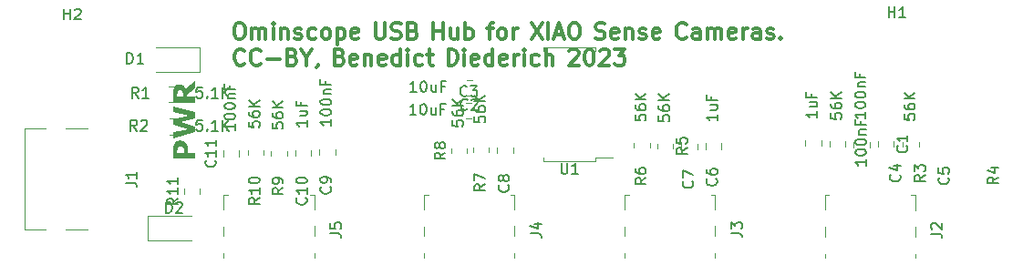
<source format=gbr>
%TF.GenerationSoftware,KiCad,Pcbnew,(7.0.0-0)*%
%TF.CreationDate,2023-12-09T12:42:16+01:00*%
%TF.ProjectId,USB 2.0 Hub,55534220-322e-4302-9048-75622e6b6963,v1.2*%
%TF.SameCoordinates,Original*%
%TF.FileFunction,Legend,Top*%
%TF.FilePolarity,Positive*%
%FSLAX46Y46*%
G04 Gerber Fmt 4.6, Leading zero omitted, Abs format (unit mm)*
G04 Created by KiCad (PCBNEW (7.0.0-0)) date 2023-12-09 12:42:16*
%MOMM*%
%LPD*%
G01*
G04 APERTURE LIST*
%ADD10C,0.400000*%
%ADD11C,0.300000*%
%ADD12C,0.150000*%
%ADD13C,0.120000*%
G04 APERTURE END LIST*
D10*
G36*
X55701404Y-97872878D02*
G01*
X55726974Y-97874153D01*
X55752432Y-97876278D01*
X55777779Y-97879254D01*
X55803013Y-97883079D01*
X55828136Y-97887755D01*
X55853148Y-97893280D01*
X55878048Y-97899656D01*
X55902836Y-97906881D01*
X55927513Y-97914957D01*
X55943902Y-97920813D01*
X55967996Y-97930154D01*
X55991369Y-97940225D01*
X56014020Y-97951025D01*
X56035951Y-97962556D01*
X56057160Y-97974816D01*
X56077648Y-97987806D01*
X56097414Y-98001526D01*
X56116459Y-98015976D01*
X56134783Y-98031156D01*
X56152386Y-98047066D01*
X56163720Y-98058078D01*
X56178571Y-98073454D01*
X56192961Y-98089051D01*
X56206888Y-98104869D01*
X56220354Y-98120909D01*
X56233358Y-98137170D01*
X56245900Y-98153653D01*
X56257981Y-98170357D01*
X56269600Y-98187282D01*
X56280757Y-98204429D01*
X56291452Y-98221797D01*
X56301685Y-98239386D01*
X56311457Y-98257197D01*
X56320767Y-98275229D01*
X56329615Y-98293482D01*
X56338001Y-98311957D01*
X56345926Y-98330653D01*
X56353379Y-98349748D01*
X56360351Y-98369419D01*
X56366843Y-98389666D01*
X56372853Y-98410490D01*
X56378383Y-98431889D01*
X56383432Y-98453866D01*
X56388000Y-98476418D01*
X56392087Y-98499547D01*
X56395694Y-98523252D01*
X56398819Y-98547533D01*
X56401464Y-98572390D01*
X56403628Y-98597824D01*
X56405311Y-98623834D01*
X56406513Y-98650420D01*
X56407234Y-98677582D01*
X56407475Y-98705321D01*
X56407475Y-99033584D01*
X57064000Y-99033584D01*
X57064000Y-99561148D01*
X55031899Y-99561148D01*
X55031899Y-99033584D01*
X55407056Y-99033584D01*
X56032318Y-99033584D01*
X56032318Y-98882642D01*
X56032172Y-98857783D01*
X56031734Y-98833766D01*
X56031004Y-98810591D01*
X56029982Y-98788257D01*
X56028668Y-98766764D01*
X56027063Y-98746114D01*
X56025165Y-98726304D01*
X56022181Y-98701201D01*
X56018677Y-98677593D01*
X56015709Y-98660869D01*
X56010916Y-98639452D01*
X56005085Y-98618920D01*
X55998215Y-98599274D01*
X55990308Y-98580513D01*
X55981363Y-98562638D01*
X55971379Y-98545647D01*
X55957440Y-98525655D01*
X55948298Y-98514323D01*
X55933837Y-98499139D01*
X55918541Y-98485339D01*
X55902410Y-98472921D01*
X55885444Y-98461887D01*
X55867643Y-98452237D01*
X55849008Y-98443970D01*
X55841320Y-98441050D01*
X55821113Y-98434436D01*
X55799570Y-98428943D01*
X55776691Y-98424571D01*
X55752476Y-98421320D01*
X55732143Y-98419527D01*
X55710955Y-98418450D01*
X55688912Y-98418092D01*
X55667198Y-98418824D01*
X55646261Y-98421023D01*
X55626104Y-98424686D01*
X55606725Y-98429815D01*
X55588124Y-98436410D01*
X55570302Y-98444470D01*
X55549119Y-98456606D01*
X55536993Y-98464986D01*
X55517938Y-98479870D01*
X55500767Y-98495517D01*
X55485480Y-98511927D01*
X55472078Y-98529100D01*
X55460560Y-98547037D01*
X55450926Y-98565736D01*
X55447600Y-98573430D01*
X55439647Y-98594000D01*
X55432640Y-98614432D01*
X55426580Y-98634727D01*
X55421466Y-98654885D01*
X55417299Y-98674905D01*
X55414078Y-98694788D01*
X55411803Y-98714534D01*
X55410475Y-98734142D01*
X55409674Y-98754498D01*
X55408979Y-98776487D01*
X55408392Y-98800110D01*
X55407911Y-98825367D01*
X55407620Y-98845381D01*
X55407390Y-98866313D01*
X55407220Y-98888165D01*
X55407109Y-98910936D01*
X55407059Y-98934625D01*
X55407056Y-98942725D01*
X55407056Y-99033584D01*
X55031899Y-99033584D01*
X55031899Y-98692621D01*
X55032031Y-98668496D01*
X55032426Y-98644848D01*
X55033084Y-98621678D01*
X55034006Y-98598984D01*
X55035191Y-98576767D01*
X55036639Y-98555028D01*
X55038350Y-98533765D01*
X55040325Y-98512980D01*
X55042564Y-98492672D01*
X55045065Y-98472840D01*
X55047830Y-98453486D01*
X55052471Y-98425349D01*
X55057705Y-98398285D01*
X55063531Y-98372295D01*
X55065605Y-98363870D01*
X55072133Y-98338957D01*
X55079263Y-98314594D01*
X55086994Y-98290780D01*
X55095326Y-98267516D01*
X55104259Y-98244801D01*
X55113793Y-98222636D01*
X55123928Y-98201021D01*
X55134664Y-98179955D01*
X55146001Y-98159438D01*
X55157940Y-98139472D01*
X55166233Y-98126466D01*
X55181744Y-98103808D01*
X55198055Y-98082181D01*
X55215164Y-98061585D01*
X55233071Y-98042019D01*
X55251777Y-98023483D01*
X55271282Y-98005978D01*
X55291585Y-97989503D01*
X55312687Y-97974058D01*
X55334587Y-97959644D01*
X55357286Y-97946260D01*
X55372862Y-97937910D01*
X55396939Y-97926212D01*
X55421909Y-97915665D01*
X55447772Y-97906268D01*
X55474528Y-97898022D01*
X55502177Y-97890927D01*
X55530719Y-97884982D01*
X55550243Y-97881658D01*
X55570164Y-97878845D01*
X55590482Y-97876544D01*
X55611197Y-97874754D01*
X55632309Y-97873476D01*
X55653818Y-97872709D01*
X55675723Y-97872453D01*
X55701404Y-97872878D01*
G37*
G36*
X55031899Y-94686061D02*
G01*
X57064000Y-95237073D01*
X57064000Y-95820813D01*
X55740203Y-96187666D01*
X57064000Y-96544749D01*
X57064000Y-97128489D01*
X55031899Y-97679501D01*
X55031899Y-97128489D01*
X56430922Y-96813905D01*
X55031899Y-96437771D01*
X55031899Y-95911672D01*
X56430922Y-95553123D01*
X55031899Y-95223395D01*
X55031899Y-94686061D01*
G37*
G36*
X57064000Y-93023744D02*
G01*
X56313685Y-93581595D01*
X56313685Y-93824861D01*
X57064000Y-93824861D01*
X57064000Y-94349983D01*
X55031899Y-94349983D01*
X55031899Y-93824861D01*
X55407056Y-93824861D01*
X55938528Y-93824861D01*
X55938528Y-93662683D01*
X55938425Y-93639326D01*
X55938116Y-93616699D01*
X55937601Y-93594802D01*
X55936880Y-93573634D01*
X55935952Y-93553196D01*
X55934819Y-93533488D01*
X55932987Y-93508347D01*
X55930789Y-93484502D01*
X55928224Y-93461956D01*
X55926805Y-93451169D01*
X55923279Y-93430347D01*
X55918806Y-93410381D01*
X55913387Y-93391269D01*
X55905282Y-93368581D01*
X55895698Y-93347228D01*
X55884636Y-93327212D01*
X55872094Y-93308531D01*
X55859069Y-93292009D01*
X55845638Y-93276942D01*
X55828986Y-93260782D01*
X55811749Y-93246717D01*
X55793929Y-93234747D01*
X55781725Y-93227931D01*
X55761855Y-93219299D01*
X55739616Y-93212452D01*
X55719272Y-93208111D01*
X55697283Y-93205010D01*
X55673649Y-93203150D01*
X55653556Y-93202555D01*
X55648368Y-93202530D01*
X55625690Y-93203305D01*
X55604061Y-93205631D01*
X55583481Y-93209507D01*
X55563952Y-93214933D01*
X55545471Y-93221909D01*
X55524680Y-93232328D01*
X55521362Y-93234281D01*
X55502185Y-93247619D01*
X55487411Y-93261201D01*
X55473734Y-93277024D01*
X55461155Y-93295089D01*
X55449673Y-93315397D01*
X55441277Y-93333257D01*
X55437342Y-93342725D01*
X55430049Y-93363494D01*
X55423924Y-93385498D01*
X55419712Y-93404780D01*
X55416311Y-93424921D01*
X55413720Y-93445920D01*
X55411941Y-93467778D01*
X55410534Y-93490637D01*
X55409365Y-93514642D01*
X55408602Y-93534670D01*
X55407991Y-93555430D01*
X55407533Y-93576924D01*
X55407228Y-93599150D01*
X55407075Y-93622109D01*
X55407056Y-93633863D01*
X55407056Y-93824861D01*
X55031899Y-93824861D01*
X55031899Y-93465335D01*
X55031979Y-93442821D01*
X55032220Y-93420707D01*
X55032620Y-93398995D01*
X55033181Y-93377683D01*
X55033903Y-93356771D01*
X55034784Y-93336260D01*
X55035826Y-93316150D01*
X55037028Y-93296441D01*
X55039132Y-93267629D01*
X55041596Y-93239718D01*
X55044421Y-93212708D01*
X55047607Y-93186601D01*
X55051153Y-93161394D01*
X55052415Y-93153193D01*
X55056596Y-93128884D01*
X55061626Y-93104867D01*
X55067506Y-93081142D01*
X55074237Y-93057709D01*
X55081818Y-93034568D01*
X55090248Y-93011719D01*
X55099529Y-92989162D01*
X55109660Y-92966897D01*
X55120641Y-92944923D01*
X55132472Y-92923242D01*
X55140831Y-92908950D01*
X55153915Y-92887664D01*
X55167702Y-92867219D01*
X55182193Y-92847615D01*
X55197389Y-92828854D01*
X55213288Y-92810933D01*
X55229892Y-92793854D01*
X55247200Y-92777617D01*
X55265212Y-92762221D01*
X55283928Y-92747667D01*
X55303348Y-92733954D01*
X55316686Y-92725279D01*
X55337413Y-92713145D01*
X55359110Y-92702204D01*
X55381777Y-92692457D01*
X55405415Y-92683903D01*
X55430023Y-92676543D01*
X55455601Y-92670376D01*
X55482150Y-92665403D01*
X55509669Y-92661624D01*
X55538158Y-92659038D01*
X55557689Y-92657977D01*
X55577652Y-92657446D01*
X55587796Y-92657380D01*
X55615500Y-92657790D01*
X55642560Y-92659021D01*
X55668974Y-92661072D01*
X55694744Y-92663944D01*
X55719868Y-92667636D01*
X55744348Y-92672149D01*
X55768182Y-92677482D01*
X55791372Y-92683636D01*
X55813917Y-92690610D01*
X55835817Y-92698405D01*
X55857072Y-92707020D01*
X55877681Y-92716456D01*
X55897646Y-92726712D01*
X55916966Y-92737789D01*
X55935641Y-92749686D01*
X55953672Y-92762404D01*
X55971133Y-92775883D01*
X55988224Y-92790065D01*
X56004945Y-92804948D01*
X56021296Y-92820534D01*
X56037277Y-92836822D01*
X56052888Y-92853812D01*
X56068128Y-92871504D01*
X56082998Y-92889899D01*
X56097498Y-92908996D01*
X56111628Y-92928795D01*
X56125388Y-92949296D01*
X56138777Y-92970499D01*
X56151796Y-92992405D01*
X56164445Y-93015012D01*
X56176724Y-93038322D01*
X56188633Y-93062334D01*
X57064000Y-92379431D01*
X57064000Y-93023744D01*
G37*
D11*
X61042857Y-86943571D02*
X61328571Y-86943571D01*
X61328571Y-86943571D02*
X61471428Y-87015000D01*
X61471428Y-87015000D02*
X61614285Y-87157857D01*
X61614285Y-87157857D02*
X61685714Y-87443571D01*
X61685714Y-87443571D02*
X61685714Y-87943571D01*
X61685714Y-87943571D02*
X61614285Y-88229285D01*
X61614285Y-88229285D02*
X61471428Y-88372142D01*
X61471428Y-88372142D02*
X61328571Y-88443571D01*
X61328571Y-88443571D02*
X61042857Y-88443571D01*
X61042857Y-88443571D02*
X60900000Y-88372142D01*
X60900000Y-88372142D02*
X60757142Y-88229285D01*
X60757142Y-88229285D02*
X60685714Y-87943571D01*
X60685714Y-87943571D02*
X60685714Y-87443571D01*
X60685714Y-87443571D02*
X60757142Y-87157857D01*
X60757142Y-87157857D02*
X60900000Y-87015000D01*
X60900000Y-87015000D02*
X61042857Y-86943571D01*
X62328571Y-88443571D02*
X62328571Y-87443571D01*
X62328571Y-87586428D02*
X62400000Y-87515000D01*
X62400000Y-87515000D02*
X62542857Y-87443571D01*
X62542857Y-87443571D02*
X62757143Y-87443571D01*
X62757143Y-87443571D02*
X62900000Y-87515000D01*
X62900000Y-87515000D02*
X62971429Y-87657857D01*
X62971429Y-87657857D02*
X62971429Y-88443571D01*
X62971429Y-87657857D02*
X63042857Y-87515000D01*
X63042857Y-87515000D02*
X63185714Y-87443571D01*
X63185714Y-87443571D02*
X63400000Y-87443571D01*
X63400000Y-87443571D02*
X63542857Y-87515000D01*
X63542857Y-87515000D02*
X63614286Y-87657857D01*
X63614286Y-87657857D02*
X63614286Y-88443571D01*
X64328571Y-88443571D02*
X64328571Y-87443571D01*
X64328571Y-86943571D02*
X64257143Y-87015000D01*
X64257143Y-87015000D02*
X64328571Y-87086428D01*
X64328571Y-87086428D02*
X64400000Y-87015000D01*
X64400000Y-87015000D02*
X64328571Y-86943571D01*
X64328571Y-86943571D02*
X64328571Y-87086428D01*
X65042857Y-87443571D02*
X65042857Y-88443571D01*
X65042857Y-87586428D02*
X65114286Y-87515000D01*
X65114286Y-87515000D02*
X65257143Y-87443571D01*
X65257143Y-87443571D02*
X65471429Y-87443571D01*
X65471429Y-87443571D02*
X65614286Y-87515000D01*
X65614286Y-87515000D02*
X65685715Y-87657857D01*
X65685715Y-87657857D02*
X65685715Y-88443571D01*
X66328572Y-88372142D02*
X66471429Y-88443571D01*
X66471429Y-88443571D02*
X66757143Y-88443571D01*
X66757143Y-88443571D02*
X66900000Y-88372142D01*
X66900000Y-88372142D02*
X66971429Y-88229285D01*
X66971429Y-88229285D02*
X66971429Y-88157857D01*
X66971429Y-88157857D02*
X66900000Y-88015000D01*
X66900000Y-88015000D02*
X66757143Y-87943571D01*
X66757143Y-87943571D02*
X66542858Y-87943571D01*
X66542858Y-87943571D02*
X66400000Y-87872142D01*
X66400000Y-87872142D02*
X66328572Y-87729285D01*
X66328572Y-87729285D02*
X66328572Y-87657857D01*
X66328572Y-87657857D02*
X66400000Y-87515000D01*
X66400000Y-87515000D02*
X66542858Y-87443571D01*
X66542858Y-87443571D02*
X66757143Y-87443571D01*
X66757143Y-87443571D02*
X66900000Y-87515000D01*
X68257144Y-88372142D02*
X68114286Y-88443571D01*
X68114286Y-88443571D02*
X67828572Y-88443571D01*
X67828572Y-88443571D02*
X67685715Y-88372142D01*
X67685715Y-88372142D02*
X67614286Y-88300714D01*
X67614286Y-88300714D02*
X67542858Y-88157857D01*
X67542858Y-88157857D02*
X67542858Y-87729285D01*
X67542858Y-87729285D02*
X67614286Y-87586428D01*
X67614286Y-87586428D02*
X67685715Y-87515000D01*
X67685715Y-87515000D02*
X67828572Y-87443571D01*
X67828572Y-87443571D02*
X68114286Y-87443571D01*
X68114286Y-87443571D02*
X68257144Y-87515000D01*
X69114286Y-88443571D02*
X68971429Y-88372142D01*
X68971429Y-88372142D02*
X68900000Y-88300714D01*
X68900000Y-88300714D02*
X68828572Y-88157857D01*
X68828572Y-88157857D02*
X68828572Y-87729285D01*
X68828572Y-87729285D02*
X68900000Y-87586428D01*
X68900000Y-87586428D02*
X68971429Y-87515000D01*
X68971429Y-87515000D02*
X69114286Y-87443571D01*
X69114286Y-87443571D02*
X69328572Y-87443571D01*
X69328572Y-87443571D02*
X69471429Y-87515000D01*
X69471429Y-87515000D02*
X69542858Y-87586428D01*
X69542858Y-87586428D02*
X69614286Y-87729285D01*
X69614286Y-87729285D02*
X69614286Y-88157857D01*
X69614286Y-88157857D02*
X69542858Y-88300714D01*
X69542858Y-88300714D02*
X69471429Y-88372142D01*
X69471429Y-88372142D02*
X69328572Y-88443571D01*
X69328572Y-88443571D02*
X69114286Y-88443571D01*
X70257143Y-87443571D02*
X70257143Y-88943571D01*
X70257143Y-87515000D02*
X70400001Y-87443571D01*
X70400001Y-87443571D02*
X70685715Y-87443571D01*
X70685715Y-87443571D02*
X70828572Y-87515000D01*
X70828572Y-87515000D02*
X70900001Y-87586428D01*
X70900001Y-87586428D02*
X70971429Y-87729285D01*
X70971429Y-87729285D02*
X70971429Y-88157857D01*
X70971429Y-88157857D02*
X70900001Y-88300714D01*
X70900001Y-88300714D02*
X70828572Y-88372142D01*
X70828572Y-88372142D02*
X70685715Y-88443571D01*
X70685715Y-88443571D02*
X70400001Y-88443571D01*
X70400001Y-88443571D02*
X70257143Y-88372142D01*
X72185715Y-88372142D02*
X72042858Y-88443571D01*
X72042858Y-88443571D02*
X71757144Y-88443571D01*
X71757144Y-88443571D02*
X71614286Y-88372142D01*
X71614286Y-88372142D02*
X71542858Y-88229285D01*
X71542858Y-88229285D02*
X71542858Y-87657857D01*
X71542858Y-87657857D02*
X71614286Y-87515000D01*
X71614286Y-87515000D02*
X71757144Y-87443571D01*
X71757144Y-87443571D02*
X72042858Y-87443571D01*
X72042858Y-87443571D02*
X72185715Y-87515000D01*
X72185715Y-87515000D02*
X72257144Y-87657857D01*
X72257144Y-87657857D02*
X72257144Y-87800714D01*
X72257144Y-87800714D02*
X71542858Y-87943571D01*
X73800000Y-86943571D02*
X73800000Y-88157857D01*
X73800000Y-88157857D02*
X73871429Y-88300714D01*
X73871429Y-88300714D02*
X73942858Y-88372142D01*
X73942858Y-88372142D02*
X74085715Y-88443571D01*
X74085715Y-88443571D02*
X74371429Y-88443571D01*
X74371429Y-88443571D02*
X74514286Y-88372142D01*
X74514286Y-88372142D02*
X74585715Y-88300714D01*
X74585715Y-88300714D02*
X74657143Y-88157857D01*
X74657143Y-88157857D02*
X74657143Y-86943571D01*
X75300001Y-88372142D02*
X75514287Y-88443571D01*
X75514287Y-88443571D02*
X75871429Y-88443571D01*
X75871429Y-88443571D02*
X76014287Y-88372142D01*
X76014287Y-88372142D02*
X76085715Y-88300714D01*
X76085715Y-88300714D02*
X76157144Y-88157857D01*
X76157144Y-88157857D02*
X76157144Y-88015000D01*
X76157144Y-88015000D02*
X76085715Y-87872142D01*
X76085715Y-87872142D02*
X76014287Y-87800714D01*
X76014287Y-87800714D02*
X75871429Y-87729285D01*
X75871429Y-87729285D02*
X75585715Y-87657857D01*
X75585715Y-87657857D02*
X75442858Y-87586428D01*
X75442858Y-87586428D02*
X75371429Y-87515000D01*
X75371429Y-87515000D02*
X75300001Y-87372142D01*
X75300001Y-87372142D02*
X75300001Y-87229285D01*
X75300001Y-87229285D02*
X75371429Y-87086428D01*
X75371429Y-87086428D02*
X75442858Y-87015000D01*
X75442858Y-87015000D02*
X75585715Y-86943571D01*
X75585715Y-86943571D02*
X75942858Y-86943571D01*
X75942858Y-86943571D02*
X76157144Y-87015000D01*
X77300000Y-87657857D02*
X77514286Y-87729285D01*
X77514286Y-87729285D02*
X77585715Y-87800714D01*
X77585715Y-87800714D02*
X77657143Y-87943571D01*
X77657143Y-87943571D02*
X77657143Y-88157857D01*
X77657143Y-88157857D02*
X77585715Y-88300714D01*
X77585715Y-88300714D02*
X77514286Y-88372142D01*
X77514286Y-88372142D02*
X77371429Y-88443571D01*
X77371429Y-88443571D02*
X76800000Y-88443571D01*
X76800000Y-88443571D02*
X76800000Y-86943571D01*
X76800000Y-86943571D02*
X77300000Y-86943571D01*
X77300000Y-86943571D02*
X77442858Y-87015000D01*
X77442858Y-87015000D02*
X77514286Y-87086428D01*
X77514286Y-87086428D02*
X77585715Y-87229285D01*
X77585715Y-87229285D02*
X77585715Y-87372142D01*
X77585715Y-87372142D02*
X77514286Y-87515000D01*
X77514286Y-87515000D02*
X77442858Y-87586428D01*
X77442858Y-87586428D02*
X77300000Y-87657857D01*
X77300000Y-87657857D02*
X76800000Y-87657857D01*
X79200000Y-88443571D02*
X79200000Y-86943571D01*
X79200000Y-87657857D02*
X80057143Y-87657857D01*
X80057143Y-88443571D02*
X80057143Y-86943571D01*
X81414287Y-87443571D02*
X81414287Y-88443571D01*
X80771429Y-87443571D02*
X80771429Y-88229285D01*
X80771429Y-88229285D02*
X80842858Y-88372142D01*
X80842858Y-88372142D02*
X80985715Y-88443571D01*
X80985715Y-88443571D02*
X81200001Y-88443571D01*
X81200001Y-88443571D02*
X81342858Y-88372142D01*
X81342858Y-88372142D02*
X81414287Y-88300714D01*
X82128572Y-88443571D02*
X82128572Y-86943571D01*
X82128572Y-87515000D02*
X82271430Y-87443571D01*
X82271430Y-87443571D02*
X82557144Y-87443571D01*
X82557144Y-87443571D02*
X82700001Y-87515000D01*
X82700001Y-87515000D02*
X82771430Y-87586428D01*
X82771430Y-87586428D02*
X82842858Y-87729285D01*
X82842858Y-87729285D02*
X82842858Y-88157857D01*
X82842858Y-88157857D02*
X82771430Y-88300714D01*
X82771430Y-88300714D02*
X82700001Y-88372142D01*
X82700001Y-88372142D02*
X82557144Y-88443571D01*
X82557144Y-88443571D02*
X82271430Y-88443571D01*
X82271430Y-88443571D02*
X82128572Y-88372142D01*
X84171430Y-87443571D02*
X84742858Y-87443571D01*
X84385715Y-88443571D02*
X84385715Y-87157857D01*
X84385715Y-87157857D02*
X84457144Y-87015000D01*
X84457144Y-87015000D02*
X84600001Y-86943571D01*
X84600001Y-86943571D02*
X84742858Y-86943571D01*
X85457144Y-88443571D02*
X85314287Y-88372142D01*
X85314287Y-88372142D02*
X85242858Y-88300714D01*
X85242858Y-88300714D02*
X85171430Y-88157857D01*
X85171430Y-88157857D02*
X85171430Y-87729285D01*
X85171430Y-87729285D02*
X85242858Y-87586428D01*
X85242858Y-87586428D02*
X85314287Y-87515000D01*
X85314287Y-87515000D02*
X85457144Y-87443571D01*
X85457144Y-87443571D02*
X85671430Y-87443571D01*
X85671430Y-87443571D02*
X85814287Y-87515000D01*
X85814287Y-87515000D02*
X85885716Y-87586428D01*
X85885716Y-87586428D02*
X85957144Y-87729285D01*
X85957144Y-87729285D02*
X85957144Y-88157857D01*
X85957144Y-88157857D02*
X85885716Y-88300714D01*
X85885716Y-88300714D02*
X85814287Y-88372142D01*
X85814287Y-88372142D02*
X85671430Y-88443571D01*
X85671430Y-88443571D02*
X85457144Y-88443571D01*
X86600001Y-88443571D02*
X86600001Y-87443571D01*
X86600001Y-87729285D02*
X86671430Y-87586428D01*
X86671430Y-87586428D02*
X86742859Y-87515000D01*
X86742859Y-87515000D02*
X86885716Y-87443571D01*
X86885716Y-87443571D02*
X87028573Y-87443571D01*
X88285715Y-86943571D02*
X89285715Y-88443571D01*
X89285715Y-86943571D02*
X88285715Y-88443571D01*
X89857143Y-88443571D02*
X89857143Y-86943571D01*
X90500001Y-88015000D02*
X91214287Y-88015000D01*
X90357144Y-88443571D02*
X90857144Y-86943571D01*
X90857144Y-86943571D02*
X91357144Y-88443571D01*
X92142858Y-86943571D02*
X92428572Y-86943571D01*
X92428572Y-86943571D02*
X92571429Y-87015000D01*
X92571429Y-87015000D02*
X92714286Y-87157857D01*
X92714286Y-87157857D02*
X92785715Y-87443571D01*
X92785715Y-87443571D02*
X92785715Y-87943571D01*
X92785715Y-87943571D02*
X92714286Y-88229285D01*
X92714286Y-88229285D02*
X92571429Y-88372142D01*
X92571429Y-88372142D02*
X92428572Y-88443571D01*
X92428572Y-88443571D02*
X92142858Y-88443571D01*
X92142858Y-88443571D02*
X92000001Y-88372142D01*
X92000001Y-88372142D02*
X91857143Y-88229285D01*
X91857143Y-88229285D02*
X91785715Y-87943571D01*
X91785715Y-87943571D02*
X91785715Y-87443571D01*
X91785715Y-87443571D02*
X91857143Y-87157857D01*
X91857143Y-87157857D02*
X92000001Y-87015000D01*
X92000001Y-87015000D02*
X92142858Y-86943571D01*
X94257144Y-88372142D02*
X94471430Y-88443571D01*
X94471430Y-88443571D02*
X94828572Y-88443571D01*
X94828572Y-88443571D02*
X94971430Y-88372142D01*
X94971430Y-88372142D02*
X95042858Y-88300714D01*
X95042858Y-88300714D02*
X95114287Y-88157857D01*
X95114287Y-88157857D02*
X95114287Y-88015000D01*
X95114287Y-88015000D02*
X95042858Y-87872142D01*
X95042858Y-87872142D02*
X94971430Y-87800714D01*
X94971430Y-87800714D02*
X94828572Y-87729285D01*
X94828572Y-87729285D02*
X94542858Y-87657857D01*
X94542858Y-87657857D02*
X94400001Y-87586428D01*
X94400001Y-87586428D02*
X94328572Y-87515000D01*
X94328572Y-87515000D02*
X94257144Y-87372142D01*
X94257144Y-87372142D02*
X94257144Y-87229285D01*
X94257144Y-87229285D02*
X94328572Y-87086428D01*
X94328572Y-87086428D02*
X94400001Y-87015000D01*
X94400001Y-87015000D02*
X94542858Y-86943571D01*
X94542858Y-86943571D02*
X94900001Y-86943571D01*
X94900001Y-86943571D02*
X95114287Y-87015000D01*
X96328572Y-88372142D02*
X96185715Y-88443571D01*
X96185715Y-88443571D02*
X95900001Y-88443571D01*
X95900001Y-88443571D02*
X95757143Y-88372142D01*
X95757143Y-88372142D02*
X95685715Y-88229285D01*
X95685715Y-88229285D02*
X95685715Y-87657857D01*
X95685715Y-87657857D02*
X95757143Y-87515000D01*
X95757143Y-87515000D02*
X95900001Y-87443571D01*
X95900001Y-87443571D02*
X96185715Y-87443571D01*
X96185715Y-87443571D02*
X96328572Y-87515000D01*
X96328572Y-87515000D02*
X96400001Y-87657857D01*
X96400001Y-87657857D02*
X96400001Y-87800714D01*
X96400001Y-87800714D02*
X95685715Y-87943571D01*
X97042857Y-87443571D02*
X97042857Y-88443571D01*
X97042857Y-87586428D02*
X97114286Y-87515000D01*
X97114286Y-87515000D02*
X97257143Y-87443571D01*
X97257143Y-87443571D02*
X97471429Y-87443571D01*
X97471429Y-87443571D02*
X97614286Y-87515000D01*
X97614286Y-87515000D02*
X97685715Y-87657857D01*
X97685715Y-87657857D02*
X97685715Y-88443571D01*
X98328572Y-88372142D02*
X98471429Y-88443571D01*
X98471429Y-88443571D02*
X98757143Y-88443571D01*
X98757143Y-88443571D02*
X98900000Y-88372142D01*
X98900000Y-88372142D02*
X98971429Y-88229285D01*
X98971429Y-88229285D02*
X98971429Y-88157857D01*
X98971429Y-88157857D02*
X98900000Y-88015000D01*
X98900000Y-88015000D02*
X98757143Y-87943571D01*
X98757143Y-87943571D02*
X98542858Y-87943571D01*
X98542858Y-87943571D02*
X98400000Y-87872142D01*
X98400000Y-87872142D02*
X98328572Y-87729285D01*
X98328572Y-87729285D02*
X98328572Y-87657857D01*
X98328572Y-87657857D02*
X98400000Y-87515000D01*
X98400000Y-87515000D02*
X98542858Y-87443571D01*
X98542858Y-87443571D02*
X98757143Y-87443571D01*
X98757143Y-87443571D02*
X98900000Y-87515000D01*
X100185715Y-88372142D02*
X100042858Y-88443571D01*
X100042858Y-88443571D02*
X99757144Y-88443571D01*
X99757144Y-88443571D02*
X99614286Y-88372142D01*
X99614286Y-88372142D02*
X99542858Y-88229285D01*
X99542858Y-88229285D02*
X99542858Y-87657857D01*
X99542858Y-87657857D02*
X99614286Y-87515000D01*
X99614286Y-87515000D02*
X99757144Y-87443571D01*
X99757144Y-87443571D02*
X100042858Y-87443571D01*
X100042858Y-87443571D02*
X100185715Y-87515000D01*
X100185715Y-87515000D02*
X100257144Y-87657857D01*
X100257144Y-87657857D02*
X100257144Y-87800714D01*
X100257144Y-87800714D02*
X99542858Y-87943571D01*
X102657143Y-88300714D02*
X102585715Y-88372142D01*
X102585715Y-88372142D02*
X102371429Y-88443571D01*
X102371429Y-88443571D02*
X102228572Y-88443571D01*
X102228572Y-88443571D02*
X102014286Y-88372142D01*
X102014286Y-88372142D02*
X101871429Y-88229285D01*
X101871429Y-88229285D02*
X101800000Y-88086428D01*
X101800000Y-88086428D02*
X101728572Y-87800714D01*
X101728572Y-87800714D02*
X101728572Y-87586428D01*
X101728572Y-87586428D02*
X101800000Y-87300714D01*
X101800000Y-87300714D02*
X101871429Y-87157857D01*
X101871429Y-87157857D02*
X102014286Y-87015000D01*
X102014286Y-87015000D02*
X102228572Y-86943571D01*
X102228572Y-86943571D02*
X102371429Y-86943571D01*
X102371429Y-86943571D02*
X102585715Y-87015000D01*
X102585715Y-87015000D02*
X102657143Y-87086428D01*
X103942858Y-88443571D02*
X103942858Y-87657857D01*
X103942858Y-87657857D02*
X103871429Y-87515000D01*
X103871429Y-87515000D02*
X103728572Y-87443571D01*
X103728572Y-87443571D02*
X103442858Y-87443571D01*
X103442858Y-87443571D02*
X103300000Y-87515000D01*
X103942858Y-88372142D02*
X103800000Y-88443571D01*
X103800000Y-88443571D02*
X103442858Y-88443571D01*
X103442858Y-88443571D02*
X103300000Y-88372142D01*
X103300000Y-88372142D02*
X103228572Y-88229285D01*
X103228572Y-88229285D02*
X103228572Y-88086428D01*
X103228572Y-88086428D02*
X103300000Y-87943571D01*
X103300000Y-87943571D02*
X103442858Y-87872142D01*
X103442858Y-87872142D02*
X103800000Y-87872142D01*
X103800000Y-87872142D02*
X103942858Y-87800714D01*
X104657143Y-88443571D02*
X104657143Y-87443571D01*
X104657143Y-87586428D02*
X104728572Y-87515000D01*
X104728572Y-87515000D02*
X104871429Y-87443571D01*
X104871429Y-87443571D02*
X105085715Y-87443571D01*
X105085715Y-87443571D02*
X105228572Y-87515000D01*
X105228572Y-87515000D02*
X105300001Y-87657857D01*
X105300001Y-87657857D02*
X105300001Y-88443571D01*
X105300001Y-87657857D02*
X105371429Y-87515000D01*
X105371429Y-87515000D02*
X105514286Y-87443571D01*
X105514286Y-87443571D02*
X105728572Y-87443571D01*
X105728572Y-87443571D02*
X105871429Y-87515000D01*
X105871429Y-87515000D02*
X105942858Y-87657857D01*
X105942858Y-87657857D02*
X105942858Y-88443571D01*
X107228572Y-88372142D02*
X107085715Y-88443571D01*
X107085715Y-88443571D02*
X106800001Y-88443571D01*
X106800001Y-88443571D02*
X106657143Y-88372142D01*
X106657143Y-88372142D02*
X106585715Y-88229285D01*
X106585715Y-88229285D02*
X106585715Y-87657857D01*
X106585715Y-87657857D02*
X106657143Y-87515000D01*
X106657143Y-87515000D02*
X106800001Y-87443571D01*
X106800001Y-87443571D02*
X107085715Y-87443571D01*
X107085715Y-87443571D02*
X107228572Y-87515000D01*
X107228572Y-87515000D02*
X107300001Y-87657857D01*
X107300001Y-87657857D02*
X107300001Y-87800714D01*
X107300001Y-87800714D02*
X106585715Y-87943571D01*
X107942857Y-88443571D02*
X107942857Y-87443571D01*
X107942857Y-87729285D02*
X108014286Y-87586428D01*
X108014286Y-87586428D02*
X108085715Y-87515000D01*
X108085715Y-87515000D02*
X108228572Y-87443571D01*
X108228572Y-87443571D02*
X108371429Y-87443571D01*
X109514286Y-88443571D02*
X109514286Y-87657857D01*
X109514286Y-87657857D02*
X109442857Y-87515000D01*
X109442857Y-87515000D02*
X109300000Y-87443571D01*
X109300000Y-87443571D02*
X109014286Y-87443571D01*
X109014286Y-87443571D02*
X108871428Y-87515000D01*
X109514286Y-88372142D02*
X109371428Y-88443571D01*
X109371428Y-88443571D02*
X109014286Y-88443571D01*
X109014286Y-88443571D02*
X108871428Y-88372142D01*
X108871428Y-88372142D02*
X108800000Y-88229285D01*
X108800000Y-88229285D02*
X108800000Y-88086428D01*
X108800000Y-88086428D02*
X108871428Y-87943571D01*
X108871428Y-87943571D02*
X109014286Y-87872142D01*
X109014286Y-87872142D02*
X109371428Y-87872142D01*
X109371428Y-87872142D02*
X109514286Y-87800714D01*
X110157143Y-88372142D02*
X110300000Y-88443571D01*
X110300000Y-88443571D02*
X110585714Y-88443571D01*
X110585714Y-88443571D02*
X110728571Y-88372142D01*
X110728571Y-88372142D02*
X110800000Y-88229285D01*
X110800000Y-88229285D02*
X110800000Y-88157857D01*
X110800000Y-88157857D02*
X110728571Y-88015000D01*
X110728571Y-88015000D02*
X110585714Y-87943571D01*
X110585714Y-87943571D02*
X110371429Y-87943571D01*
X110371429Y-87943571D02*
X110228571Y-87872142D01*
X110228571Y-87872142D02*
X110157143Y-87729285D01*
X110157143Y-87729285D02*
X110157143Y-87657857D01*
X110157143Y-87657857D02*
X110228571Y-87515000D01*
X110228571Y-87515000D02*
X110371429Y-87443571D01*
X110371429Y-87443571D02*
X110585714Y-87443571D01*
X110585714Y-87443571D02*
X110728571Y-87515000D01*
X111442857Y-88300714D02*
X111514286Y-88372142D01*
X111514286Y-88372142D02*
X111442857Y-88443571D01*
X111442857Y-88443571D02*
X111371429Y-88372142D01*
X111371429Y-88372142D02*
X111442857Y-88300714D01*
X111442857Y-88300714D02*
X111442857Y-88443571D01*
X61614285Y-90730714D02*
X61542857Y-90802142D01*
X61542857Y-90802142D02*
X61328571Y-90873571D01*
X61328571Y-90873571D02*
X61185714Y-90873571D01*
X61185714Y-90873571D02*
X60971428Y-90802142D01*
X60971428Y-90802142D02*
X60828571Y-90659285D01*
X60828571Y-90659285D02*
X60757142Y-90516428D01*
X60757142Y-90516428D02*
X60685714Y-90230714D01*
X60685714Y-90230714D02*
X60685714Y-90016428D01*
X60685714Y-90016428D02*
X60757142Y-89730714D01*
X60757142Y-89730714D02*
X60828571Y-89587857D01*
X60828571Y-89587857D02*
X60971428Y-89445000D01*
X60971428Y-89445000D02*
X61185714Y-89373571D01*
X61185714Y-89373571D02*
X61328571Y-89373571D01*
X61328571Y-89373571D02*
X61542857Y-89445000D01*
X61542857Y-89445000D02*
X61614285Y-89516428D01*
X63114285Y-90730714D02*
X63042857Y-90802142D01*
X63042857Y-90802142D02*
X62828571Y-90873571D01*
X62828571Y-90873571D02*
X62685714Y-90873571D01*
X62685714Y-90873571D02*
X62471428Y-90802142D01*
X62471428Y-90802142D02*
X62328571Y-90659285D01*
X62328571Y-90659285D02*
X62257142Y-90516428D01*
X62257142Y-90516428D02*
X62185714Y-90230714D01*
X62185714Y-90230714D02*
X62185714Y-90016428D01*
X62185714Y-90016428D02*
X62257142Y-89730714D01*
X62257142Y-89730714D02*
X62328571Y-89587857D01*
X62328571Y-89587857D02*
X62471428Y-89445000D01*
X62471428Y-89445000D02*
X62685714Y-89373571D01*
X62685714Y-89373571D02*
X62828571Y-89373571D01*
X62828571Y-89373571D02*
X63042857Y-89445000D01*
X63042857Y-89445000D02*
X63114285Y-89516428D01*
X63757142Y-90302142D02*
X64900000Y-90302142D01*
X66114285Y-90087857D02*
X66328571Y-90159285D01*
X66328571Y-90159285D02*
X66400000Y-90230714D01*
X66400000Y-90230714D02*
X66471428Y-90373571D01*
X66471428Y-90373571D02*
X66471428Y-90587857D01*
X66471428Y-90587857D02*
X66400000Y-90730714D01*
X66400000Y-90730714D02*
X66328571Y-90802142D01*
X66328571Y-90802142D02*
X66185714Y-90873571D01*
X66185714Y-90873571D02*
X65614285Y-90873571D01*
X65614285Y-90873571D02*
X65614285Y-89373571D01*
X65614285Y-89373571D02*
X66114285Y-89373571D01*
X66114285Y-89373571D02*
X66257143Y-89445000D01*
X66257143Y-89445000D02*
X66328571Y-89516428D01*
X66328571Y-89516428D02*
X66400000Y-89659285D01*
X66400000Y-89659285D02*
X66400000Y-89802142D01*
X66400000Y-89802142D02*
X66328571Y-89945000D01*
X66328571Y-89945000D02*
X66257143Y-90016428D01*
X66257143Y-90016428D02*
X66114285Y-90087857D01*
X66114285Y-90087857D02*
X65614285Y-90087857D01*
X67400000Y-90159285D02*
X67400000Y-90873571D01*
X66900000Y-89373571D02*
X67400000Y-90159285D01*
X67400000Y-90159285D02*
X67900000Y-89373571D01*
X68471428Y-90802142D02*
X68471428Y-90873571D01*
X68471428Y-90873571D02*
X68399999Y-91016428D01*
X68399999Y-91016428D02*
X68328571Y-91087857D01*
X70514285Y-90087857D02*
X70728571Y-90159285D01*
X70728571Y-90159285D02*
X70800000Y-90230714D01*
X70800000Y-90230714D02*
X70871428Y-90373571D01*
X70871428Y-90373571D02*
X70871428Y-90587857D01*
X70871428Y-90587857D02*
X70800000Y-90730714D01*
X70800000Y-90730714D02*
X70728571Y-90802142D01*
X70728571Y-90802142D02*
X70585714Y-90873571D01*
X70585714Y-90873571D02*
X70014285Y-90873571D01*
X70014285Y-90873571D02*
X70014285Y-89373571D01*
X70014285Y-89373571D02*
X70514285Y-89373571D01*
X70514285Y-89373571D02*
X70657143Y-89445000D01*
X70657143Y-89445000D02*
X70728571Y-89516428D01*
X70728571Y-89516428D02*
X70800000Y-89659285D01*
X70800000Y-89659285D02*
X70800000Y-89802142D01*
X70800000Y-89802142D02*
X70728571Y-89945000D01*
X70728571Y-89945000D02*
X70657143Y-90016428D01*
X70657143Y-90016428D02*
X70514285Y-90087857D01*
X70514285Y-90087857D02*
X70014285Y-90087857D01*
X72085714Y-90802142D02*
X71942857Y-90873571D01*
X71942857Y-90873571D02*
X71657143Y-90873571D01*
X71657143Y-90873571D02*
X71514285Y-90802142D01*
X71514285Y-90802142D02*
X71442857Y-90659285D01*
X71442857Y-90659285D02*
X71442857Y-90087857D01*
X71442857Y-90087857D02*
X71514285Y-89945000D01*
X71514285Y-89945000D02*
X71657143Y-89873571D01*
X71657143Y-89873571D02*
X71942857Y-89873571D01*
X71942857Y-89873571D02*
X72085714Y-89945000D01*
X72085714Y-89945000D02*
X72157143Y-90087857D01*
X72157143Y-90087857D02*
X72157143Y-90230714D01*
X72157143Y-90230714D02*
X71442857Y-90373571D01*
X72799999Y-89873571D02*
X72799999Y-90873571D01*
X72799999Y-90016428D02*
X72871428Y-89945000D01*
X72871428Y-89945000D02*
X73014285Y-89873571D01*
X73014285Y-89873571D02*
X73228571Y-89873571D01*
X73228571Y-89873571D02*
X73371428Y-89945000D01*
X73371428Y-89945000D02*
X73442857Y-90087857D01*
X73442857Y-90087857D02*
X73442857Y-90873571D01*
X74728571Y-90802142D02*
X74585714Y-90873571D01*
X74585714Y-90873571D02*
X74300000Y-90873571D01*
X74300000Y-90873571D02*
X74157142Y-90802142D01*
X74157142Y-90802142D02*
X74085714Y-90659285D01*
X74085714Y-90659285D02*
X74085714Y-90087857D01*
X74085714Y-90087857D02*
X74157142Y-89945000D01*
X74157142Y-89945000D02*
X74300000Y-89873571D01*
X74300000Y-89873571D02*
X74585714Y-89873571D01*
X74585714Y-89873571D02*
X74728571Y-89945000D01*
X74728571Y-89945000D02*
X74800000Y-90087857D01*
X74800000Y-90087857D02*
X74800000Y-90230714D01*
X74800000Y-90230714D02*
X74085714Y-90373571D01*
X76085714Y-90873571D02*
X76085714Y-89373571D01*
X76085714Y-90802142D02*
X75942856Y-90873571D01*
X75942856Y-90873571D02*
X75657142Y-90873571D01*
X75657142Y-90873571D02*
X75514285Y-90802142D01*
X75514285Y-90802142D02*
X75442856Y-90730714D01*
X75442856Y-90730714D02*
X75371428Y-90587857D01*
X75371428Y-90587857D02*
X75371428Y-90159285D01*
X75371428Y-90159285D02*
X75442856Y-90016428D01*
X75442856Y-90016428D02*
X75514285Y-89945000D01*
X75514285Y-89945000D02*
X75657142Y-89873571D01*
X75657142Y-89873571D02*
X75942856Y-89873571D01*
X75942856Y-89873571D02*
X76085714Y-89945000D01*
X76799999Y-90873571D02*
X76799999Y-89873571D01*
X76799999Y-89373571D02*
X76728571Y-89445000D01*
X76728571Y-89445000D02*
X76799999Y-89516428D01*
X76799999Y-89516428D02*
X76871428Y-89445000D01*
X76871428Y-89445000D02*
X76799999Y-89373571D01*
X76799999Y-89373571D02*
X76799999Y-89516428D01*
X78157143Y-90802142D02*
X78014285Y-90873571D01*
X78014285Y-90873571D02*
X77728571Y-90873571D01*
X77728571Y-90873571D02*
X77585714Y-90802142D01*
X77585714Y-90802142D02*
X77514285Y-90730714D01*
X77514285Y-90730714D02*
X77442857Y-90587857D01*
X77442857Y-90587857D02*
X77442857Y-90159285D01*
X77442857Y-90159285D02*
X77514285Y-90016428D01*
X77514285Y-90016428D02*
X77585714Y-89945000D01*
X77585714Y-89945000D02*
X77728571Y-89873571D01*
X77728571Y-89873571D02*
X78014285Y-89873571D01*
X78014285Y-89873571D02*
X78157143Y-89945000D01*
X78585714Y-89873571D02*
X79157142Y-89873571D01*
X78799999Y-89373571D02*
X78799999Y-90659285D01*
X78799999Y-90659285D02*
X78871428Y-90802142D01*
X78871428Y-90802142D02*
X79014285Y-90873571D01*
X79014285Y-90873571D02*
X79157142Y-90873571D01*
X80557142Y-90873571D02*
X80557142Y-89373571D01*
X80557142Y-89373571D02*
X80914285Y-89373571D01*
X80914285Y-89373571D02*
X81128571Y-89445000D01*
X81128571Y-89445000D02*
X81271428Y-89587857D01*
X81271428Y-89587857D02*
X81342857Y-89730714D01*
X81342857Y-89730714D02*
X81414285Y-90016428D01*
X81414285Y-90016428D02*
X81414285Y-90230714D01*
X81414285Y-90230714D02*
X81342857Y-90516428D01*
X81342857Y-90516428D02*
X81271428Y-90659285D01*
X81271428Y-90659285D02*
X81128571Y-90802142D01*
X81128571Y-90802142D02*
X80914285Y-90873571D01*
X80914285Y-90873571D02*
X80557142Y-90873571D01*
X82057142Y-90873571D02*
X82057142Y-89873571D01*
X82057142Y-89373571D02*
X81985714Y-89445000D01*
X81985714Y-89445000D02*
X82057142Y-89516428D01*
X82057142Y-89516428D02*
X82128571Y-89445000D01*
X82128571Y-89445000D02*
X82057142Y-89373571D01*
X82057142Y-89373571D02*
X82057142Y-89516428D01*
X83342857Y-90802142D02*
X83200000Y-90873571D01*
X83200000Y-90873571D02*
X82914286Y-90873571D01*
X82914286Y-90873571D02*
X82771428Y-90802142D01*
X82771428Y-90802142D02*
X82700000Y-90659285D01*
X82700000Y-90659285D02*
X82700000Y-90087857D01*
X82700000Y-90087857D02*
X82771428Y-89945000D01*
X82771428Y-89945000D02*
X82914286Y-89873571D01*
X82914286Y-89873571D02*
X83200000Y-89873571D01*
X83200000Y-89873571D02*
X83342857Y-89945000D01*
X83342857Y-89945000D02*
X83414286Y-90087857D01*
X83414286Y-90087857D02*
X83414286Y-90230714D01*
X83414286Y-90230714D02*
X82700000Y-90373571D01*
X84700000Y-90873571D02*
X84700000Y-89373571D01*
X84700000Y-90802142D02*
X84557142Y-90873571D01*
X84557142Y-90873571D02*
X84271428Y-90873571D01*
X84271428Y-90873571D02*
X84128571Y-90802142D01*
X84128571Y-90802142D02*
X84057142Y-90730714D01*
X84057142Y-90730714D02*
X83985714Y-90587857D01*
X83985714Y-90587857D02*
X83985714Y-90159285D01*
X83985714Y-90159285D02*
X84057142Y-90016428D01*
X84057142Y-90016428D02*
X84128571Y-89945000D01*
X84128571Y-89945000D02*
X84271428Y-89873571D01*
X84271428Y-89873571D02*
X84557142Y-89873571D01*
X84557142Y-89873571D02*
X84700000Y-89945000D01*
X85985714Y-90802142D02*
X85842857Y-90873571D01*
X85842857Y-90873571D02*
X85557143Y-90873571D01*
X85557143Y-90873571D02*
X85414285Y-90802142D01*
X85414285Y-90802142D02*
X85342857Y-90659285D01*
X85342857Y-90659285D02*
X85342857Y-90087857D01*
X85342857Y-90087857D02*
X85414285Y-89945000D01*
X85414285Y-89945000D02*
X85557143Y-89873571D01*
X85557143Y-89873571D02*
X85842857Y-89873571D01*
X85842857Y-89873571D02*
X85985714Y-89945000D01*
X85985714Y-89945000D02*
X86057143Y-90087857D01*
X86057143Y-90087857D02*
X86057143Y-90230714D01*
X86057143Y-90230714D02*
X85342857Y-90373571D01*
X86699999Y-90873571D02*
X86699999Y-89873571D01*
X86699999Y-90159285D02*
X86771428Y-90016428D01*
X86771428Y-90016428D02*
X86842857Y-89945000D01*
X86842857Y-89945000D02*
X86985714Y-89873571D01*
X86985714Y-89873571D02*
X87128571Y-89873571D01*
X87628570Y-90873571D02*
X87628570Y-89873571D01*
X87628570Y-89373571D02*
X87557142Y-89445000D01*
X87557142Y-89445000D02*
X87628570Y-89516428D01*
X87628570Y-89516428D02*
X87699999Y-89445000D01*
X87699999Y-89445000D02*
X87628570Y-89373571D01*
X87628570Y-89373571D02*
X87628570Y-89516428D01*
X88985714Y-90802142D02*
X88842856Y-90873571D01*
X88842856Y-90873571D02*
X88557142Y-90873571D01*
X88557142Y-90873571D02*
X88414285Y-90802142D01*
X88414285Y-90802142D02*
X88342856Y-90730714D01*
X88342856Y-90730714D02*
X88271428Y-90587857D01*
X88271428Y-90587857D02*
X88271428Y-90159285D01*
X88271428Y-90159285D02*
X88342856Y-90016428D01*
X88342856Y-90016428D02*
X88414285Y-89945000D01*
X88414285Y-89945000D02*
X88557142Y-89873571D01*
X88557142Y-89873571D02*
X88842856Y-89873571D01*
X88842856Y-89873571D02*
X88985714Y-89945000D01*
X89628570Y-90873571D02*
X89628570Y-89373571D01*
X90271428Y-90873571D02*
X90271428Y-90087857D01*
X90271428Y-90087857D02*
X90199999Y-89945000D01*
X90199999Y-89945000D02*
X90057142Y-89873571D01*
X90057142Y-89873571D02*
X89842856Y-89873571D01*
X89842856Y-89873571D02*
X89699999Y-89945000D01*
X89699999Y-89945000D02*
X89628570Y-90016428D01*
X91814285Y-89516428D02*
X91885713Y-89445000D01*
X91885713Y-89445000D02*
X92028571Y-89373571D01*
X92028571Y-89373571D02*
X92385713Y-89373571D01*
X92385713Y-89373571D02*
X92528571Y-89445000D01*
X92528571Y-89445000D02*
X92599999Y-89516428D01*
X92599999Y-89516428D02*
X92671428Y-89659285D01*
X92671428Y-89659285D02*
X92671428Y-89802142D01*
X92671428Y-89802142D02*
X92599999Y-90016428D01*
X92599999Y-90016428D02*
X91742856Y-90873571D01*
X91742856Y-90873571D02*
X92671428Y-90873571D01*
X93599999Y-89373571D02*
X93742856Y-89373571D01*
X93742856Y-89373571D02*
X93885713Y-89445000D01*
X93885713Y-89445000D02*
X93957142Y-89516428D01*
X93957142Y-89516428D02*
X94028570Y-89659285D01*
X94028570Y-89659285D02*
X94099999Y-89945000D01*
X94099999Y-89945000D02*
X94099999Y-90302142D01*
X94099999Y-90302142D02*
X94028570Y-90587857D01*
X94028570Y-90587857D02*
X93957142Y-90730714D01*
X93957142Y-90730714D02*
X93885713Y-90802142D01*
X93885713Y-90802142D02*
X93742856Y-90873571D01*
X93742856Y-90873571D02*
X93599999Y-90873571D01*
X93599999Y-90873571D02*
X93457142Y-90802142D01*
X93457142Y-90802142D02*
X93385713Y-90730714D01*
X93385713Y-90730714D02*
X93314284Y-90587857D01*
X93314284Y-90587857D02*
X93242856Y-90302142D01*
X93242856Y-90302142D02*
X93242856Y-89945000D01*
X93242856Y-89945000D02*
X93314284Y-89659285D01*
X93314284Y-89659285D02*
X93385713Y-89516428D01*
X93385713Y-89516428D02*
X93457142Y-89445000D01*
X93457142Y-89445000D02*
X93599999Y-89373571D01*
X94671427Y-89516428D02*
X94742855Y-89445000D01*
X94742855Y-89445000D02*
X94885713Y-89373571D01*
X94885713Y-89373571D02*
X95242855Y-89373571D01*
X95242855Y-89373571D02*
X95385713Y-89445000D01*
X95385713Y-89445000D02*
X95457141Y-89516428D01*
X95457141Y-89516428D02*
X95528570Y-89659285D01*
X95528570Y-89659285D02*
X95528570Y-89802142D01*
X95528570Y-89802142D02*
X95457141Y-90016428D01*
X95457141Y-90016428D02*
X94599998Y-90873571D01*
X94599998Y-90873571D02*
X95528570Y-90873571D01*
X96028569Y-89373571D02*
X96957141Y-89373571D01*
X96957141Y-89373571D02*
X96457141Y-89945000D01*
X96457141Y-89945000D02*
X96671426Y-89945000D01*
X96671426Y-89945000D02*
X96814284Y-90016428D01*
X96814284Y-90016428D02*
X96885712Y-90087857D01*
X96885712Y-90087857D02*
X96957141Y-90230714D01*
X96957141Y-90230714D02*
X96957141Y-90587857D01*
X96957141Y-90587857D02*
X96885712Y-90730714D01*
X96885712Y-90730714D02*
X96814284Y-90802142D01*
X96814284Y-90802142D02*
X96671426Y-90873571D01*
X96671426Y-90873571D02*
X96242855Y-90873571D01*
X96242855Y-90873571D02*
X96099998Y-90802142D01*
X96099998Y-90802142D02*
X96028569Y-90730714D01*
D12*
%TO.C,C4*%
X122471342Y-101046566D02*
X122518961Y-101094185D01*
X122518961Y-101094185D02*
X122566580Y-101237042D01*
X122566580Y-101237042D02*
X122566580Y-101332280D01*
X122566580Y-101332280D02*
X122518961Y-101475137D01*
X122518961Y-101475137D02*
X122423723Y-101570375D01*
X122423723Y-101570375D02*
X122328485Y-101617994D01*
X122328485Y-101617994D02*
X122138009Y-101665613D01*
X122138009Y-101665613D02*
X121995152Y-101665613D01*
X121995152Y-101665613D02*
X121804676Y-101617994D01*
X121804676Y-101617994D02*
X121709438Y-101570375D01*
X121709438Y-101570375D02*
X121614200Y-101475137D01*
X121614200Y-101475137D02*
X121566580Y-101332280D01*
X121566580Y-101332280D02*
X121566580Y-101237042D01*
X121566580Y-101237042D02*
X121614200Y-101094185D01*
X121614200Y-101094185D02*
X121661819Y-101046566D01*
X121899914Y-100189423D02*
X122566580Y-100189423D01*
X121518961Y-100427518D02*
X122233247Y-100665613D01*
X122233247Y-100665613D02*
X122233247Y-100046566D01*
X114817380Y-95168138D02*
X114817380Y-95739566D01*
X114817380Y-95453852D02*
X113817380Y-95453852D01*
X113817380Y-95453852D02*
X113960238Y-95549090D01*
X113960238Y-95549090D02*
X114055476Y-95644328D01*
X114055476Y-95644328D02*
X114103095Y-95739566D01*
X114150714Y-94310995D02*
X114817380Y-94310995D01*
X114150714Y-94739566D02*
X114674523Y-94739566D01*
X114674523Y-94739566D02*
X114769761Y-94691947D01*
X114769761Y-94691947D02*
X114817380Y-94596709D01*
X114817380Y-94596709D02*
X114817380Y-94453852D01*
X114817380Y-94453852D02*
X114769761Y-94358614D01*
X114769761Y-94358614D02*
X114722142Y-94310995D01*
X114293571Y-93501471D02*
X114293571Y-93834804D01*
X114817380Y-93834804D02*
X113817380Y-93834804D01*
X113817380Y-93834804D02*
X113817380Y-93358614D01*
%TO.C,C6*%
X105447142Y-101440766D02*
X105494761Y-101488385D01*
X105494761Y-101488385D02*
X105542380Y-101631242D01*
X105542380Y-101631242D02*
X105542380Y-101726480D01*
X105542380Y-101726480D02*
X105494761Y-101869337D01*
X105494761Y-101869337D02*
X105399523Y-101964575D01*
X105399523Y-101964575D02*
X105304285Y-102012194D01*
X105304285Y-102012194D02*
X105113809Y-102059813D01*
X105113809Y-102059813D02*
X104970952Y-102059813D01*
X104970952Y-102059813D02*
X104780476Y-102012194D01*
X104780476Y-102012194D02*
X104685238Y-101964575D01*
X104685238Y-101964575D02*
X104590000Y-101869337D01*
X104590000Y-101869337D02*
X104542380Y-101726480D01*
X104542380Y-101726480D02*
X104542380Y-101631242D01*
X104542380Y-101631242D02*
X104590000Y-101488385D01*
X104590000Y-101488385D02*
X104637619Y-101440766D01*
X104542380Y-100583623D02*
X104542380Y-100774099D01*
X104542380Y-100774099D02*
X104590000Y-100869337D01*
X104590000Y-100869337D02*
X104637619Y-100916956D01*
X104637619Y-100916956D02*
X104780476Y-101012194D01*
X104780476Y-101012194D02*
X104970952Y-101059813D01*
X104970952Y-101059813D02*
X105351904Y-101059813D01*
X105351904Y-101059813D02*
X105447142Y-101012194D01*
X105447142Y-101012194D02*
X105494761Y-100964575D01*
X105494761Y-100964575D02*
X105542380Y-100869337D01*
X105542380Y-100869337D02*
X105542380Y-100678861D01*
X105542380Y-100678861D02*
X105494761Y-100583623D01*
X105494761Y-100583623D02*
X105447142Y-100536004D01*
X105447142Y-100536004D02*
X105351904Y-100488385D01*
X105351904Y-100488385D02*
X105113809Y-100488385D01*
X105113809Y-100488385D02*
X105018571Y-100536004D01*
X105018571Y-100536004D02*
X104970952Y-100583623D01*
X104970952Y-100583623D02*
X104923333Y-100678861D01*
X104923333Y-100678861D02*
X104923333Y-100869337D01*
X104923333Y-100869337D02*
X104970952Y-100964575D01*
X104970952Y-100964575D02*
X105018571Y-101012194D01*
X105018571Y-101012194D02*
X105113809Y-101059813D01*
X105542380Y-95443138D02*
X105542380Y-96014566D01*
X105542380Y-95728852D02*
X104542380Y-95728852D01*
X104542380Y-95728852D02*
X104685238Y-95824090D01*
X104685238Y-95824090D02*
X104780476Y-95919328D01*
X104780476Y-95919328D02*
X104828095Y-96014566D01*
X104875714Y-94585995D02*
X105542380Y-94585995D01*
X104875714Y-95014566D02*
X105399523Y-95014566D01*
X105399523Y-95014566D02*
X105494761Y-94966947D01*
X105494761Y-94966947D02*
X105542380Y-94871709D01*
X105542380Y-94871709D02*
X105542380Y-94728852D01*
X105542380Y-94728852D02*
X105494761Y-94633614D01*
X105494761Y-94633614D02*
X105447142Y-94585995D01*
X105018571Y-93776471D02*
X105018571Y-94109804D01*
X105542380Y-94109804D02*
X104542380Y-94109804D01*
X104542380Y-94109804D02*
X104542380Y-93633614D01*
%TO.C,C10*%
X67347142Y-103198857D02*
X67394761Y-103246476D01*
X67394761Y-103246476D02*
X67442380Y-103389333D01*
X67442380Y-103389333D02*
X67442380Y-103484571D01*
X67442380Y-103484571D02*
X67394761Y-103627428D01*
X67394761Y-103627428D02*
X67299523Y-103722666D01*
X67299523Y-103722666D02*
X67204285Y-103770285D01*
X67204285Y-103770285D02*
X67013809Y-103817904D01*
X67013809Y-103817904D02*
X66870952Y-103817904D01*
X66870952Y-103817904D02*
X66680476Y-103770285D01*
X66680476Y-103770285D02*
X66585238Y-103722666D01*
X66585238Y-103722666D02*
X66490000Y-103627428D01*
X66490000Y-103627428D02*
X66442380Y-103484571D01*
X66442380Y-103484571D02*
X66442380Y-103389333D01*
X66442380Y-103389333D02*
X66490000Y-103246476D01*
X66490000Y-103246476D02*
X66537619Y-103198857D01*
X67442380Y-102246476D02*
X67442380Y-102817904D01*
X67442380Y-102532190D02*
X66442380Y-102532190D01*
X66442380Y-102532190D02*
X66585238Y-102627428D01*
X66585238Y-102627428D02*
X66680476Y-102722666D01*
X66680476Y-102722666D02*
X66728095Y-102817904D01*
X66442380Y-101627428D02*
X66442380Y-101532190D01*
X66442380Y-101532190D02*
X66490000Y-101436952D01*
X66490000Y-101436952D02*
X66537619Y-101389333D01*
X66537619Y-101389333D02*
X66632857Y-101341714D01*
X66632857Y-101341714D02*
X66823333Y-101294095D01*
X66823333Y-101294095D02*
X67061428Y-101294095D01*
X67061428Y-101294095D02*
X67251904Y-101341714D01*
X67251904Y-101341714D02*
X67347142Y-101389333D01*
X67347142Y-101389333D02*
X67394761Y-101436952D01*
X67394761Y-101436952D02*
X67442380Y-101532190D01*
X67442380Y-101532190D02*
X67442380Y-101627428D01*
X67442380Y-101627428D02*
X67394761Y-101722666D01*
X67394761Y-101722666D02*
X67347142Y-101770285D01*
X67347142Y-101770285D02*
X67251904Y-101817904D01*
X67251904Y-101817904D02*
X67061428Y-101865523D01*
X67061428Y-101865523D02*
X66823333Y-101865523D01*
X66823333Y-101865523D02*
X66632857Y-101817904D01*
X66632857Y-101817904D02*
X66537619Y-101770285D01*
X66537619Y-101770285D02*
X66490000Y-101722666D01*
X66490000Y-101722666D02*
X66442380Y-101627428D01*
X67442380Y-95996238D02*
X67442380Y-96567666D01*
X67442380Y-96281952D02*
X66442380Y-96281952D01*
X66442380Y-96281952D02*
X66585238Y-96377190D01*
X66585238Y-96377190D02*
X66680476Y-96472428D01*
X66680476Y-96472428D02*
X66728095Y-96567666D01*
X66775714Y-95139095D02*
X67442380Y-95139095D01*
X66775714Y-95567666D02*
X67299523Y-95567666D01*
X67299523Y-95567666D02*
X67394761Y-95520047D01*
X67394761Y-95520047D02*
X67442380Y-95424809D01*
X67442380Y-95424809D02*
X67442380Y-95281952D01*
X67442380Y-95281952D02*
X67394761Y-95186714D01*
X67394761Y-95186714D02*
X67347142Y-95139095D01*
X66918571Y-94329571D02*
X66918571Y-94662904D01*
X67442380Y-94662904D02*
X66442380Y-94662904D01*
X66442380Y-94662904D02*
X66442380Y-94186714D01*
%TO.C,H2*%
X44888095Y-86617380D02*
X44888095Y-85617380D01*
X44888095Y-86093571D02*
X45459523Y-86093571D01*
X45459523Y-86617380D02*
X45459523Y-85617380D01*
X45888095Y-85712619D02*
X45935714Y-85665000D01*
X45935714Y-85665000D02*
X46030952Y-85617380D01*
X46030952Y-85617380D02*
X46269047Y-85617380D01*
X46269047Y-85617380D02*
X46364285Y-85665000D01*
X46364285Y-85665000D02*
X46411904Y-85712619D01*
X46411904Y-85712619D02*
X46459523Y-85807857D01*
X46459523Y-85807857D02*
X46459523Y-85903095D01*
X46459523Y-85903095D02*
X46411904Y-86045952D01*
X46411904Y-86045952D02*
X45840476Y-86617380D01*
X45840476Y-86617380D02*
X46459523Y-86617380D01*
%TO.C,R11*%
X55467380Y-103242857D02*
X54991190Y-103576190D01*
X55467380Y-103814285D02*
X54467380Y-103814285D01*
X54467380Y-103814285D02*
X54467380Y-103433333D01*
X54467380Y-103433333D02*
X54515000Y-103338095D01*
X54515000Y-103338095D02*
X54562619Y-103290476D01*
X54562619Y-103290476D02*
X54657857Y-103242857D01*
X54657857Y-103242857D02*
X54800714Y-103242857D01*
X54800714Y-103242857D02*
X54895952Y-103290476D01*
X54895952Y-103290476D02*
X54943571Y-103338095D01*
X54943571Y-103338095D02*
X54991190Y-103433333D01*
X54991190Y-103433333D02*
X54991190Y-103814285D01*
X55467380Y-102290476D02*
X55467380Y-102861904D01*
X55467380Y-102576190D02*
X54467380Y-102576190D01*
X54467380Y-102576190D02*
X54610238Y-102671428D01*
X54610238Y-102671428D02*
X54705476Y-102766666D01*
X54705476Y-102766666D02*
X54753095Y-102861904D01*
X55467380Y-101338095D02*
X55467380Y-101909523D01*
X55467380Y-101623809D02*
X54467380Y-101623809D01*
X54467380Y-101623809D02*
X54610238Y-101719047D01*
X54610238Y-101719047D02*
X54705476Y-101814285D01*
X54705476Y-101814285D02*
X54753095Y-101909523D01*
%TO.C,C1*%
X123127142Y-98341666D02*
X123174761Y-98389285D01*
X123174761Y-98389285D02*
X123222380Y-98532142D01*
X123222380Y-98532142D02*
X123222380Y-98627380D01*
X123222380Y-98627380D02*
X123174761Y-98770237D01*
X123174761Y-98770237D02*
X123079523Y-98865475D01*
X123079523Y-98865475D02*
X122984285Y-98913094D01*
X122984285Y-98913094D02*
X122793809Y-98960713D01*
X122793809Y-98960713D02*
X122650952Y-98960713D01*
X122650952Y-98960713D02*
X122460476Y-98913094D01*
X122460476Y-98913094D02*
X122365238Y-98865475D01*
X122365238Y-98865475D02*
X122270000Y-98770237D01*
X122270000Y-98770237D02*
X122222380Y-98627380D01*
X122222380Y-98627380D02*
X122222380Y-98532142D01*
X122222380Y-98532142D02*
X122270000Y-98389285D01*
X122270000Y-98389285D02*
X122317619Y-98341666D01*
X123222380Y-97389285D02*
X123222380Y-97960713D01*
X123222380Y-97674999D02*
X122222380Y-97674999D01*
X122222380Y-97674999D02*
X122365238Y-97770237D01*
X122365238Y-97770237D02*
X122460476Y-97865475D01*
X122460476Y-97865475D02*
X122508095Y-97960713D01*
X119358380Y-99632619D02*
X119358380Y-100204047D01*
X119358380Y-99918333D02*
X118358380Y-99918333D01*
X118358380Y-99918333D02*
X118501238Y-100013571D01*
X118501238Y-100013571D02*
X118596476Y-100108809D01*
X118596476Y-100108809D02*
X118644095Y-100204047D01*
X118358380Y-99013571D02*
X118358380Y-98918333D01*
X118358380Y-98918333D02*
X118406000Y-98823095D01*
X118406000Y-98823095D02*
X118453619Y-98775476D01*
X118453619Y-98775476D02*
X118548857Y-98727857D01*
X118548857Y-98727857D02*
X118739333Y-98680238D01*
X118739333Y-98680238D02*
X118977428Y-98680238D01*
X118977428Y-98680238D02*
X119167904Y-98727857D01*
X119167904Y-98727857D02*
X119263142Y-98775476D01*
X119263142Y-98775476D02*
X119310761Y-98823095D01*
X119310761Y-98823095D02*
X119358380Y-98918333D01*
X119358380Y-98918333D02*
X119358380Y-99013571D01*
X119358380Y-99013571D02*
X119310761Y-99108809D01*
X119310761Y-99108809D02*
X119263142Y-99156428D01*
X119263142Y-99156428D02*
X119167904Y-99204047D01*
X119167904Y-99204047D02*
X118977428Y-99251666D01*
X118977428Y-99251666D02*
X118739333Y-99251666D01*
X118739333Y-99251666D02*
X118548857Y-99204047D01*
X118548857Y-99204047D02*
X118453619Y-99156428D01*
X118453619Y-99156428D02*
X118406000Y-99108809D01*
X118406000Y-99108809D02*
X118358380Y-99013571D01*
X118358380Y-98061190D02*
X118358380Y-97965952D01*
X118358380Y-97965952D02*
X118406000Y-97870714D01*
X118406000Y-97870714D02*
X118453619Y-97823095D01*
X118453619Y-97823095D02*
X118548857Y-97775476D01*
X118548857Y-97775476D02*
X118739333Y-97727857D01*
X118739333Y-97727857D02*
X118977428Y-97727857D01*
X118977428Y-97727857D02*
X119167904Y-97775476D01*
X119167904Y-97775476D02*
X119263142Y-97823095D01*
X119263142Y-97823095D02*
X119310761Y-97870714D01*
X119310761Y-97870714D02*
X119358380Y-97965952D01*
X119358380Y-97965952D02*
X119358380Y-98061190D01*
X119358380Y-98061190D02*
X119310761Y-98156428D01*
X119310761Y-98156428D02*
X119263142Y-98204047D01*
X119263142Y-98204047D02*
X119167904Y-98251666D01*
X119167904Y-98251666D02*
X118977428Y-98299285D01*
X118977428Y-98299285D02*
X118739333Y-98299285D01*
X118739333Y-98299285D02*
X118548857Y-98251666D01*
X118548857Y-98251666D02*
X118453619Y-98204047D01*
X118453619Y-98204047D02*
X118406000Y-98156428D01*
X118406000Y-98156428D02*
X118358380Y-98061190D01*
X118691714Y-97299285D02*
X119358380Y-97299285D01*
X118786952Y-97299285D02*
X118739333Y-97251666D01*
X118739333Y-97251666D02*
X118691714Y-97156428D01*
X118691714Y-97156428D02*
X118691714Y-97013571D01*
X118691714Y-97013571D02*
X118739333Y-96918333D01*
X118739333Y-96918333D02*
X118834571Y-96870714D01*
X118834571Y-96870714D02*
X119358380Y-96870714D01*
X118834571Y-96061190D02*
X118834571Y-96394523D01*
X119358380Y-96394523D02*
X118358380Y-96394523D01*
X118358380Y-96394523D02*
X118358380Y-95918333D01*
%TO.C,R1*%
X51787333Y-93919780D02*
X51454000Y-93443590D01*
X51215905Y-93919780D02*
X51215905Y-92919780D01*
X51215905Y-92919780D02*
X51596857Y-92919780D01*
X51596857Y-92919780D02*
X51692095Y-92967400D01*
X51692095Y-92967400D02*
X51739714Y-93015019D01*
X51739714Y-93015019D02*
X51787333Y-93110257D01*
X51787333Y-93110257D02*
X51787333Y-93253114D01*
X51787333Y-93253114D02*
X51739714Y-93348352D01*
X51739714Y-93348352D02*
X51692095Y-93395971D01*
X51692095Y-93395971D02*
X51596857Y-93443590D01*
X51596857Y-93443590D02*
X51215905Y-93443590D01*
X52739714Y-93919780D02*
X52168286Y-93919780D01*
X52454000Y-93919780D02*
X52454000Y-92919780D01*
X52454000Y-92919780D02*
X52358762Y-93062638D01*
X52358762Y-93062638D02*
X52263524Y-93157876D01*
X52263524Y-93157876D02*
X52168286Y-93205495D01*
X57708809Y-92919780D02*
X57232619Y-92919780D01*
X57232619Y-92919780D02*
X57185000Y-93395971D01*
X57185000Y-93395971D02*
X57232619Y-93348352D01*
X57232619Y-93348352D02*
X57327857Y-93300733D01*
X57327857Y-93300733D02*
X57565952Y-93300733D01*
X57565952Y-93300733D02*
X57661190Y-93348352D01*
X57661190Y-93348352D02*
X57708809Y-93395971D01*
X57708809Y-93395971D02*
X57756428Y-93491209D01*
X57756428Y-93491209D02*
X57756428Y-93729304D01*
X57756428Y-93729304D02*
X57708809Y-93824542D01*
X57708809Y-93824542D02*
X57661190Y-93872161D01*
X57661190Y-93872161D02*
X57565952Y-93919780D01*
X57565952Y-93919780D02*
X57327857Y-93919780D01*
X57327857Y-93919780D02*
X57232619Y-93872161D01*
X57232619Y-93872161D02*
X57185000Y-93824542D01*
X58185000Y-93824542D02*
X58232619Y-93872161D01*
X58232619Y-93872161D02*
X58185000Y-93919780D01*
X58185000Y-93919780D02*
X58137381Y-93872161D01*
X58137381Y-93872161D02*
X58185000Y-93824542D01*
X58185000Y-93824542D02*
X58185000Y-93919780D01*
X59184999Y-93919780D02*
X58613571Y-93919780D01*
X58899285Y-93919780D02*
X58899285Y-92919780D01*
X58899285Y-92919780D02*
X58804047Y-93062638D01*
X58804047Y-93062638D02*
X58708809Y-93157876D01*
X58708809Y-93157876D02*
X58613571Y-93205495D01*
X59613571Y-93919780D02*
X59613571Y-92919780D01*
X60184999Y-93919780D02*
X59756428Y-93348352D01*
X60184999Y-92919780D02*
X59613571Y-93491209D01*
%TO.C,D2*%
X54349405Y-104597380D02*
X54349405Y-103597380D01*
X54349405Y-103597380D02*
X54587500Y-103597380D01*
X54587500Y-103597380D02*
X54730357Y-103645000D01*
X54730357Y-103645000D02*
X54825595Y-103740238D01*
X54825595Y-103740238D02*
X54873214Y-103835476D01*
X54873214Y-103835476D02*
X54920833Y-104025952D01*
X54920833Y-104025952D02*
X54920833Y-104168809D01*
X54920833Y-104168809D02*
X54873214Y-104359285D01*
X54873214Y-104359285D02*
X54825595Y-104454523D01*
X54825595Y-104454523D02*
X54730357Y-104549761D01*
X54730357Y-104549761D02*
X54587500Y-104597380D01*
X54587500Y-104597380D02*
X54349405Y-104597380D01*
X55301786Y-103692619D02*
X55349405Y-103645000D01*
X55349405Y-103645000D02*
X55444643Y-103597380D01*
X55444643Y-103597380D02*
X55682738Y-103597380D01*
X55682738Y-103597380D02*
X55777976Y-103645000D01*
X55777976Y-103645000D02*
X55825595Y-103692619D01*
X55825595Y-103692619D02*
X55873214Y-103787857D01*
X55873214Y-103787857D02*
X55873214Y-103883095D01*
X55873214Y-103883095D02*
X55825595Y-104025952D01*
X55825595Y-104025952D02*
X55254167Y-104597380D01*
X55254167Y-104597380D02*
X55873214Y-104597380D01*
%TO.C,R6*%
X98917380Y-101345866D02*
X98441190Y-101679199D01*
X98917380Y-101917294D02*
X97917380Y-101917294D01*
X97917380Y-101917294D02*
X97917380Y-101536342D01*
X97917380Y-101536342D02*
X97965000Y-101441104D01*
X97965000Y-101441104D02*
X98012619Y-101393485D01*
X98012619Y-101393485D02*
X98107857Y-101345866D01*
X98107857Y-101345866D02*
X98250714Y-101345866D01*
X98250714Y-101345866D02*
X98345952Y-101393485D01*
X98345952Y-101393485D02*
X98393571Y-101441104D01*
X98393571Y-101441104D02*
X98441190Y-101536342D01*
X98441190Y-101536342D02*
X98441190Y-101917294D01*
X97917380Y-100488723D02*
X97917380Y-100679199D01*
X97917380Y-100679199D02*
X97965000Y-100774437D01*
X97965000Y-100774437D02*
X98012619Y-100822056D01*
X98012619Y-100822056D02*
X98155476Y-100917294D01*
X98155476Y-100917294D02*
X98345952Y-100964913D01*
X98345952Y-100964913D02*
X98726904Y-100964913D01*
X98726904Y-100964913D02*
X98822142Y-100917294D01*
X98822142Y-100917294D02*
X98869761Y-100869675D01*
X98869761Y-100869675D02*
X98917380Y-100774437D01*
X98917380Y-100774437D02*
X98917380Y-100583961D01*
X98917380Y-100583961D02*
X98869761Y-100488723D01*
X98869761Y-100488723D02*
X98822142Y-100441104D01*
X98822142Y-100441104D02*
X98726904Y-100393485D01*
X98726904Y-100393485D02*
X98488809Y-100393485D01*
X98488809Y-100393485D02*
X98393571Y-100441104D01*
X98393571Y-100441104D02*
X98345952Y-100488723D01*
X98345952Y-100488723D02*
X98298333Y-100583961D01*
X98298333Y-100583961D02*
X98298333Y-100774437D01*
X98298333Y-100774437D02*
X98345952Y-100869675D01*
X98345952Y-100869675D02*
X98393571Y-100917294D01*
X98393571Y-100917294D02*
X98488809Y-100964913D01*
X97917380Y-95491095D02*
X97917380Y-95967285D01*
X97917380Y-95967285D02*
X98393571Y-96014904D01*
X98393571Y-96014904D02*
X98345952Y-95967285D01*
X98345952Y-95967285D02*
X98298333Y-95872047D01*
X98298333Y-95872047D02*
X98298333Y-95633952D01*
X98298333Y-95633952D02*
X98345952Y-95538714D01*
X98345952Y-95538714D02*
X98393571Y-95491095D01*
X98393571Y-95491095D02*
X98488809Y-95443476D01*
X98488809Y-95443476D02*
X98726904Y-95443476D01*
X98726904Y-95443476D02*
X98822142Y-95491095D01*
X98822142Y-95491095D02*
X98869761Y-95538714D01*
X98869761Y-95538714D02*
X98917380Y-95633952D01*
X98917380Y-95633952D02*
X98917380Y-95872047D01*
X98917380Y-95872047D02*
X98869761Y-95967285D01*
X98869761Y-95967285D02*
X98822142Y-96014904D01*
X97917380Y-94586333D02*
X97917380Y-94776809D01*
X97917380Y-94776809D02*
X97965000Y-94872047D01*
X97965000Y-94872047D02*
X98012619Y-94919666D01*
X98012619Y-94919666D02*
X98155476Y-95014904D01*
X98155476Y-95014904D02*
X98345952Y-95062523D01*
X98345952Y-95062523D02*
X98726904Y-95062523D01*
X98726904Y-95062523D02*
X98822142Y-95014904D01*
X98822142Y-95014904D02*
X98869761Y-94967285D01*
X98869761Y-94967285D02*
X98917380Y-94872047D01*
X98917380Y-94872047D02*
X98917380Y-94681571D01*
X98917380Y-94681571D02*
X98869761Y-94586333D01*
X98869761Y-94586333D02*
X98822142Y-94538714D01*
X98822142Y-94538714D02*
X98726904Y-94491095D01*
X98726904Y-94491095D02*
X98488809Y-94491095D01*
X98488809Y-94491095D02*
X98393571Y-94538714D01*
X98393571Y-94538714D02*
X98345952Y-94586333D01*
X98345952Y-94586333D02*
X98298333Y-94681571D01*
X98298333Y-94681571D02*
X98298333Y-94872047D01*
X98298333Y-94872047D02*
X98345952Y-94967285D01*
X98345952Y-94967285D02*
X98393571Y-95014904D01*
X98393571Y-95014904D02*
X98488809Y-95062523D01*
X98917380Y-94062523D02*
X97917380Y-94062523D01*
X98917380Y-93491095D02*
X98345952Y-93919666D01*
X97917380Y-93491095D02*
X98488809Y-94062523D01*
%TO.C,R2*%
X51660333Y-96967780D02*
X51327000Y-96491590D01*
X51088905Y-96967780D02*
X51088905Y-95967780D01*
X51088905Y-95967780D02*
X51469857Y-95967780D01*
X51469857Y-95967780D02*
X51565095Y-96015400D01*
X51565095Y-96015400D02*
X51612714Y-96063019D01*
X51612714Y-96063019D02*
X51660333Y-96158257D01*
X51660333Y-96158257D02*
X51660333Y-96301114D01*
X51660333Y-96301114D02*
X51612714Y-96396352D01*
X51612714Y-96396352D02*
X51565095Y-96443971D01*
X51565095Y-96443971D02*
X51469857Y-96491590D01*
X51469857Y-96491590D02*
X51088905Y-96491590D01*
X52041286Y-96063019D02*
X52088905Y-96015400D01*
X52088905Y-96015400D02*
X52184143Y-95967780D01*
X52184143Y-95967780D02*
X52422238Y-95967780D01*
X52422238Y-95967780D02*
X52517476Y-96015400D01*
X52517476Y-96015400D02*
X52565095Y-96063019D01*
X52565095Y-96063019D02*
X52612714Y-96158257D01*
X52612714Y-96158257D02*
X52612714Y-96253495D01*
X52612714Y-96253495D02*
X52565095Y-96396352D01*
X52565095Y-96396352D02*
X51993667Y-96967780D01*
X51993667Y-96967780D02*
X52612714Y-96967780D01*
X57708809Y-95967780D02*
X57232619Y-95967780D01*
X57232619Y-95967780D02*
X57185000Y-96443971D01*
X57185000Y-96443971D02*
X57232619Y-96396352D01*
X57232619Y-96396352D02*
X57327857Y-96348733D01*
X57327857Y-96348733D02*
X57565952Y-96348733D01*
X57565952Y-96348733D02*
X57661190Y-96396352D01*
X57661190Y-96396352D02*
X57708809Y-96443971D01*
X57708809Y-96443971D02*
X57756428Y-96539209D01*
X57756428Y-96539209D02*
X57756428Y-96777304D01*
X57756428Y-96777304D02*
X57708809Y-96872542D01*
X57708809Y-96872542D02*
X57661190Y-96920161D01*
X57661190Y-96920161D02*
X57565952Y-96967780D01*
X57565952Y-96967780D02*
X57327857Y-96967780D01*
X57327857Y-96967780D02*
X57232619Y-96920161D01*
X57232619Y-96920161D02*
X57185000Y-96872542D01*
X58185000Y-96872542D02*
X58232619Y-96920161D01*
X58232619Y-96920161D02*
X58185000Y-96967780D01*
X58185000Y-96967780D02*
X58137381Y-96920161D01*
X58137381Y-96920161D02*
X58185000Y-96872542D01*
X58185000Y-96872542D02*
X58185000Y-96967780D01*
X59184999Y-96967780D02*
X58613571Y-96967780D01*
X58899285Y-96967780D02*
X58899285Y-95967780D01*
X58899285Y-95967780D02*
X58804047Y-96110638D01*
X58804047Y-96110638D02*
X58708809Y-96205876D01*
X58708809Y-96205876D02*
X58613571Y-96253495D01*
X59613571Y-96967780D02*
X59613571Y-95967780D01*
X60184999Y-96967780D02*
X59756428Y-96396352D01*
X60184999Y-95967780D02*
X59613571Y-96539209D01*
%TO.C,J2*%
X125417380Y-106533333D02*
X126131666Y-106533333D01*
X126131666Y-106533333D02*
X126274523Y-106580952D01*
X126274523Y-106580952D02*
X126369761Y-106676190D01*
X126369761Y-106676190D02*
X126417380Y-106819047D01*
X126417380Y-106819047D02*
X126417380Y-106914285D01*
X125512619Y-106104761D02*
X125465000Y-106057142D01*
X125465000Y-106057142D02*
X125417380Y-105961904D01*
X125417380Y-105961904D02*
X125417380Y-105723809D01*
X125417380Y-105723809D02*
X125465000Y-105628571D01*
X125465000Y-105628571D02*
X125512619Y-105580952D01*
X125512619Y-105580952D02*
X125607857Y-105533333D01*
X125607857Y-105533333D02*
X125703095Y-105533333D01*
X125703095Y-105533333D02*
X125845952Y-105580952D01*
X125845952Y-105580952D02*
X126417380Y-106152380D01*
X126417380Y-106152380D02*
X126417380Y-105533333D01*
%TO.C,C9*%
X69597142Y-102186166D02*
X69644761Y-102233785D01*
X69644761Y-102233785D02*
X69692380Y-102376642D01*
X69692380Y-102376642D02*
X69692380Y-102471880D01*
X69692380Y-102471880D02*
X69644761Y-102614737D01*
X69644761Y-102614737D02*
X69549523Y-102709975D01*
X69549523Y-102709975D02*
X69454285Y-102757594D01*
X69454285Y-102757594D02*
X69263809Y-102805213D01*
X69263809Y-102805213D02*
X69120952Y-102805213D01*
X69120952Y-102805213D02*
X68930476Y-102757594D01*
X68930476Y-102757594D02*
X68835238Y-102709975D01*
X68835238Y-102709975D02*
X68740000Y-102614737D01*
X68740000Y-102614737D02*
X68692380Y-102471880D01*
X68692380Y-102471880D02*
X68692380Y-102376642D01*
X68692380Y-102376642D02*
X68740000Y-102233785D01*
X68740000Y-102233785D02*
X68787619Y-102186166D01*
X69692380Y-101709975D02*
X69692380Y-101519499D01*
X69692380Y-101519499D02*
X69644761Y-101424261D01*
X69644761Y-101424261D02*
X69597142Y-101376642D01*
X69597142Y-101376642D02*
X69454285Y-101281404D01*
X69454285Y-101281404D02*
X69263809Y-101233785D01*
X69263809Y-101233785D02*
X68882857Y-101233785D01*
X68882857Y-101233785D02*
X68787619Y-101281404D01*
X68787619Y-101281404D02*
X68740000Y-101329023D01*
X68740000Y-101329023D02*
X68692380Y-101424261D01*
X68692380Y-101424261D02*
X68692380Y-101614737D01*
X68692380Y-101614737D02*
X68740000Y-101709975D01*
X68740000Y-101709975D02*
X68787619Y-101757594D01*
X68787619Y-101757594D02*
X68882857Y-101805213D01*
X68882857Y-101805213D02*
X69120952Y-101805213D01*
X69120952Y-101805213D02*
X69216190Y-101757594D01*
X69216190Y-101757594D02*
X69263809Y-101709975D01*
X69263809Y-101709975D02*
X69311428Y-101614737D01*
X69311428Y-101614737D02*
X69311428Y-101424261D01*
X69311428Y-101424261D02*
X69263809Y-101329023D01*
X69263809Y-101329023D02*
X69216190Y-101281404D01*
X69216190Y-101281404D02*
X69120952Y-101233785D01*
X69692380Y-95904119D02*
X69692380Y-96475547D01*
X69692380Y-96189833D02*
X68692380Y-96189833D01*
X68692380Y-96189833D02*
X68835238Y-96285071D01*
X68835238Y-96285071D02*
X68930476Y-96380309D01*
X68930476Y-96380309D02*
X68978095Y-96475547D01*
X68692380Y-95285071D02*
X68692380Y-95189833D01*
X68692380Y-95189833D02*
X68740000Y-95094595D01*
X68740000Y-95094595D02*
X68787619Y-95046976D01*
X68787619Y-95046976D02*
X68882857Y-94999357D01*
X68882857Y-94999357D02*
X69073333Y-94951738D01*
X69073333Y-94951738D02*
X69311428Y-94951738D01*
X69311428Y-94951738D02*
X69501904Y-94999357D01*
X69501904Y-94999357D02*
X69597142Y-95046976D01*
X69597142Y-95046976D02*
X69644761Y-95094595D01*
X69644761Y-95094595D02*
X69692380Y-95189833D01*
X69692380Y-95189833D02*
X69692380Y-95285071D01*
X69692380Y-95285071D02*
X69644761Y-95380309D01*
X69644761Y-95380309D02*
X69597142Y-95427928D01*
X69597142Y-95427928D02*
X69501904Y-95475547D01*
X69501904Y-95475547D02*
X69311428Y-95523166D01*
X69311428Y-95523166D02*
X69073333Y-95523166D01*
X69073333Y-95523166D02*
X68882857Y-95475547D01*
X68882857Y-95475547D02*
X68787619Y-95427928D01*
X68787619Y-95427928D02*
X68740000Y-95380309D01*
X68740000Y-95380309D02*
X68692380Y-95285071D01*
X68692380Y-94332690D02*
X68692380Y-94237452D01*
X68692380Y-94237452D02*
X68740000Y-94142214D01*
X68740000Y-94142214D02*
X68787619Y-94094595D01*
X68787619Y-94094595D02*
X68882857Y-94046976D01*
X68882857Y-94046976D02*
X69073333Y-93999357D01*
X69073333Y-93999357D02*
X69311428Y-93999357D01*
X69311428Y-93999357D02*
X69501904Y-94046976D01*
X69501904Y-94046976D02*
X69597142Y-94094595D01*
X69597142Y-94094595D02*
X69644761Y-94142214D01*
X69644761Y-94142214D02*
X69692380Y-94237452D01*
X69692380Y-94237452D02*
X69692380Y-94332690D01*
X69692380Y-94332690D02*
X69644761Y-94427928D01*
X69644761Y-94427928D02*
X69597142Y-94475547D01*
X69597142Y-94475547D02*
X69501904Y-94523166D01*
X69501904Y-94523166D02*
X69311428Y-94570785D01*
X69311428Y-94570785D02*
X69073333Y-94570785D01*
X69073333Y-94570785D02*
X68882857Y-94523166D01*
X68882857Y-94523166D02*
X68787619Y-94475547D01*
X68787619Y-94475547D02*
X68740000Y-94427928D01*
X68740000Y-94427928D02*
X68692380Y-94332690D01*
X69025714Y-93570785D02*
X69692380Y-93570785D01*
X69120952Y-93570785D02*
X69073333Y-93523166D01*
X69073333Y-93523166D02*
X69025714Y-93427928D01*
X69025714Y-93427928D02*
X69025714Y-93285071D01*
X69025714Y-93285071D02*
X69073333Y-93189833D01*
X69073333Y-93189833D02*
X69168571Y-93142214D01*
X69168571Y-93142214D02*
X69692380Y-93142214D01*
X69168571Y-92332690D02*
X69168571Y-92666023D01*
X69692380Y-92666023D02*
X68692380Y-92666023D01*
X68692380Y-92666023D02*
X68692380Y-92189833D01*
%TO.C,H1*%
X121463095Y-86442380D02*
X121463095Y-85442380D01*
X121463095Y-85918571D02*
X122034523Y-85918571D01*
X122034523Y-86442380D02*
X122034523Y-85442380D01*
X123034523Y-86442380D02*
X122463095Y-86442380D01*
X122748809Y-86442380D02*
X122748809Y-85442380D01*
X122748809Y-85442380D02*
X122653571Y-85585238D01*
X122653571Y-85585238D02*
X122558333Y-85680476D01*
X122558333Y-85680476D02*
X122463095Y-85728095D01*
%TO.C,C11*%
X58894142Y-99717857D02*
X58941761Y-99765476D01*
X58941761Y-99765476D02*
X58989380Y-99908333D01*
X58989380Y-99908333D02*
X58989380Y-100003571D01*
X58989380Y-100003571D02*
X58941761Y-100146428D01*
X58941761Y-100146428D02*
X58846523Y-100241666D01*
X58846523Y-100241666D02*
X58751285Y-100289285D01*
X58751285Y-100289285D02*
X58560809Y-100336904D01*
X58560809Y-100336904D02*
X58417952Y-100336904D01*
X58417952Y-100336904D02*
X58227476Y-100289285D01*
X58227476Y-100289285D02*
X58132238Y-100241666D01*
X58132238Y-100241666D02*
X58037000Y-100146428D01*
X58037000Y-100146428D02*
X57989380Y-100003571D01*
X57989380Y-100003571D02*
X57989380Y-99908333D01*
X57989380Y-99908333D02*
X58037000Y-99765476D01*
X58037000Y-99765476D02*
X58084619Y-99717857D01*
X58989380Y-98765476D02*
X58989380Y-99336904D01*
X58989380Y-99051190D02*
X57989380Y-99051190D01*
X57989380Y-99051190D02*
X58132238Y-99146428D01*
X58132238Y-99146428D02*
X58227476Y-99241666D01*
X58227476Y-99241666D02*
X58275095Y-99336904D01*
X58989380Y-97813095D02*
X58989380Y-98384523D01*
X58989380Y-98098809D02*
X57989380Y-98098809D01*
X57989380Y-98098809D02*
X58132238Y-98194047D01*
X58132238Y-98194047D02*
X58227476Y-98289285D01*
X58227476Y-98289285D02*
X58275095Y-98384523D01*
X60767380Y-96304619D02*
X60767380Y-96876047D01*
X60767380Y-96590333D02*
X59767380Y-96590333D01*
X59767380Y-96590333D02*
X59910238Y-96685571D01*
X59910238Y-96685571D02*
X60005476Y-96780809D01*
X60005476Y-96780809D02*
X60053095Y-96876047D01*
X59767380Y-95685571D02*
X59767380Y-95590333D01*
X59767380Y-95590333D02*
X59815000Y-95495095D01*
X59815000Y-95495095D02*
X59862619Y-95447476D01*
X59862619Y-95447476D02*
X59957857Y-95399857D01*
X59957857Y-95399857D02*
X60148333Y-95352238D01*
X60148333Y-95352238D02*
X60386428Y-95352238D01*
X60386428Y-95352238D02*
X60576904Y-95399857D01*
X60576904Y-95399857D02*
X60672142Y-95447476D01*
X60672142Y-95447476D02*
X60719761Y-95495095D01*
X60719761Y-95495095D02*
X60767380Y-95590333D01*
X60767380Y-95590333D02*
X60767380Y-95685571D01*
X60767380Y-95685571D02*
X60719761Y-95780809D01*
X60719761Y-95780809D02*
X60672142Y-95828428D01*
X60672142Y-95828428D02*
X60576904Y-95876047D01*
X60576904Y-95876047D02*
X60386428Y-95923666D01*
X60386428Y-95923666D02*
X60148333Y-95923666D01*
X60148333Y-95923666D02*
X59957857Y-95876047D01*
X59957857Y-95876047D02*
X59862619Y-95828428D01*
X59862619Y-95828428D02*
X59815000Y-95780809D01*
X59815000Y-95780809D02*
X59767380Y-95685571D01*
X59767380Y-94733190D02*
X59767380Y-94637952D01*
X59767380Y-94637952D02*
X59815000Y-94542714D01*
X59815000Y-94542714D02*
X59862619Y-94495095D01*
X59862619Y-94495095D02*
X59957857Y-94447476D01*
X59957857Y-94447476D02*
X60148333Y-94399857D01*
X60148333Y-94399857D02*
X60386428Y-94399857D01*
X60386428Y-94399857D02*
X60576904Y-94447476D01*
X60576904Y-94447476D02*
X60672142Y-94495095D01*
X60672142Y-94495095D02*
X60719761Y-94542714D01*
X60719761Y-94542714D02*
X60767380Y-94637952D01*
X60767380Y-94637952D02*
X60767380Y-94733190D01*
X60767380Y-94733190D02*
X60719761Y-94828428D01*
X60719761Y-94828428D02*
X60672142Y-94876047D01*
X60672142Y-94876047D02*
X60576904Y-94923666D01*
X60576904Y-94923666D02*
X60386428Y-94971285D01*
X60386428Y-94971285D02*
X60148333Y-94971285D01*
X60148333Y-94971285D02*
X59957857Y-94923666D01*
X59957857Y-94923666D02*
X59862619Y-94876047D01*
X59862619Y-94876047D02*
X59815000Y-94828428D01*
X59815000Y-94828428D02*
X59767380Y-94733190D01*
X60100714Y-93971285D02*
X60767380Y-93971285D01*
X60195952Y-93971285D02*
X60148333Y-93923666D01*
X60148333Y-93923666D02*
X60100714Y-93828428D01*
X60100714Y-93828428D02*
X60100714Y-93685571D01*
X60100714Y-93685571D02*
X60148333Y-93590333D01*
X60148333Y-93590333D02*
X60243571Y-93542714D01*
X60243571Y-93542714D02*
X60767380Y-93542714D01*
X60243571Y-92733190D02*
X60243571Y-93066523D01*
X60767380Y-93066523D02*
X59767380Y-93066523D01*
X59767380Y-93066523D02*
X59767380Y-92590333D01*
%TO.C,C5*%
X126971342Y-101320066D02*
X127018961Y-101367685D01*
X127018961Y-101367685D02*
X127066580Y-101510542D01*
X127066580Y-101510542D02*
X127066580Y-101605780D01*
X127066580Y-101605780D02*
X127018961Y-101748637D01*
X127018961Y-101748637D02*
X126923723Y-101843875D01*
X126923723Y-101843875D02*
X126828485Y-101891494D01*
X126828485Y-101891494D02*
X126638009Y-101939113D01*
X126638009Y-101939113D02*
X126495152Y-101939113D01*
X126495152Y-101939113D02*
X126304676Y-101891494D01*
X126304676Y-101891494D02*
X126209438Y-101843875D01*
X126209438Y-101843875D02*
X126114200Y-101748637D01*
X126114200Y-101748637D02*
X126066580Y-101605780D01*
X126066580Y-101605780D02*
X126066580Y-101510542D01*
X126066580Y-101510542D02*
X126114200Y-101367685D01*
X126114200Y-101367685D02*
X126161819Y-101320066D01*
X126066580Y-100415304D02*
X126066580Y-100891494D01*
X126066580Y-100891494D02*
X126542771Y-100939113D01*
X126542771Y-100939113D02*
X126495152Y-100891494D01*
X126495152Y-100891494D02*
X126447533Y-100796256D01*
X126447533Y-100796256D02*
X126447533Y-100558161D01*
X126447533Y-100558161D02*
X126495152Y-100462923D01*
X126495152Y-100462923D02*
X126542771Y-100415304D01*
X126542771Y-100415304D02*
X126638009Y-100367685D01*
X126638009Y-100367685D02*
X126876104Y-100367685D01*
X126876104Y-100367685D02*
X126971342Y-100415304D01*
X126971342Y-100415304D02*
X127018961Y-100462923D01*
X127018961Y-100462923D02*
X127066580Y-100558161D01*
X127066580Y-100558161D02*
X127066580Y-100796256D01*
X127066580Y-100796256D02*
X127018961Y-100891494D01*
X127018961Y-100891494D02*
X126971342Y-100939113D01*
X119317380Y-95225619D02*
X119317380Y-95797047D01*
X119317380Y-95511333D02*
X118317380Y-95511333D01*
X118317380Y-95511333D02*
X118460238Y-95606571D01*
X118460238Y-95606571D02*
X118555476Y-95701809D01*
X118555476Y-95701809D02*
X118603095Y-95797047D01*
X118317380Y-94606571D02*
X118317380Y-94511333D01*
X118317380Y-94511333D02*
X118365000Y-94416095D01*
X118365000Y-94416095D02*
X118412619Y-94368476D01*
X118412619Y-94368476D02*
X118507857Y-94320857D01*
X118507857Y-94320857D02*
X118698333Y-94273238D01*
X118698333Y-94273238D02*
X118936428Y-94273238D01*
X118936428Y-94273238D02*
X119126904Y-94320857D01*
X119126904Y-94320857D02*
X119222142Y-94368476D01*
X119222142Y-94368476D02*
X119269761Y-94416095D01*
X119269761Y-94416095D02*
X119317380Y-94511333D01*
X119317380Y-94511333D02*
X119317380Y-94606571D01*
X119317380Y-94606571D02*
X119269761Y-94701809D01*
X119269761Y-94701809D02*
X119222142Y-94749428D01*
X119222142Y-94749428D02*
X119126904Y-94797047D01*
X119126904Y-94797047D02*
X118936428Y-94844666D01*
X118936428Y-94844666D02*
X118698333Y-94844666D01*
X118698333Y-94844666D02*
X118507857Y-94797047D01*
X118507857Y-94797047D02*
X118412619Y-94749428D01*
X118412619Y-94749428D02*
X118365000Y-94701809D01*
X118365000Y-94701809D02*
X118317380Y-94606571D01*
X118317380Y-93654190D02*
X118317380Y-93558952D01*
X118317380Y-93558952D02*
X118365000Y-93463714D01*
X118365000Y-93463714D02*
X118412619Y-93416095D01*
X118412619Y-93416095D02*
X118507857Y-93368476D01*
X118507857Y-93368476D02*
X118698333Y-93320857D01*
X118698333Y-93320857D02*
X118936428Y-93320857D01*
X118936428Y-93320857D02*
X119126904Y-93368476D01*
X119126904Y-93368476D02*
X119222142Y-93416095D01*
X119222142Y-93416095D02*
X119269761Y-93463714D01*
X119269761Y-93463714D02*
X119317380Y-93558952D01*
X119317380Y-93558952D02*
X119317380Y-93654190D01*
X119317380Y-93654190D02*
X119269761Y-93749428D01*
X119269761Y-93749428D02*
X119222142Y-93797047D01*
X119222142Y-93797047D02*
X119126904Y-93844666D01*
X119126904Y-93844666D02*
X118936428Y-93892285D01*
X118936428Y-93892285D02*
X118698333Y-93892285D01*
X118698333Y-93892285D02*
X118507857Y-93844666D01*
X118507857Y-93844666D02*
X118412619Y-93797047D01*
X118412619Y-93797047D02*
X118365000Y-93749428D01*
X118365000Y-93749428D02*
X118317380Y-93654190D01*
X118650714Y-92892285D02*
X119317380Y-92892285D01*
X118745952Y-92892285D02*
X118698333Y-92844666D01*
X118698333Y-92844666D02*
X118650714Y-92749428D01*
X118650714Y-92749428D02*
X118650714Y-92606571D01*
X118650714Y-92606571D02*
X118698333Y-92511333D01*
X118698333Y-92511333D02*
X118793571Y-92463714D01*
X118793571Y-92463714D02*
X119317380Y-92463714D01*
X118793571Y-91654190D02*
X118793571Y-91987523D01*
X119317380Y-91987523D02*
X118317380Y-91987523D01*
X118317380Y-91987523D02*
X118317380Y-91511333D01*
%TO.C,C2*%
X82345833Y-94927142D02*
X82298214Y-94974761D01*
X82298214Y-94974761D02*
X82155357Y-95022380D01*
X82155357Y-95022380D02*
X82060119Y-95022380D01*
X82060119Y-95022380D02*
X81917262Y-94974761D01*
X81917262Y-94974761D02*
X81822024Y-94879523D01*
X81822024Y-94879523D02*
X81774405Y-94784285D01*
X81774405Y-94784285D02*
X81726786Y-94593809D01*
X81726786Y-94593809D02*
X81726786Y-94450952D01*
X81726786Y-94450952D02*
X81774405Y-94260476D01*
X81774405Y-94260476D02*
X81822024Y-94165238D01*
X81822024Y-94165238D02*
X81917262Y-94070000D01*
X81917262Y-94070000D02*
X82060119Y-94022380D01*
X82060119Y-94022380D02*
X82155357Y-94022380D01*
X82155357Y-94022380D02*
X82298214Y-94070000D01*
X82298214Y-94070000D02*
X82345833Y-94117619D01*
X82726786Y-94117619D02*
X82774405Y-94070000D01*
X82774405Y-94070000D02*
X82869643Y-94022380D01*
X82869643Y-94022380D02*
X83107738Y-94022380D01*
X83107738Y-94022380D02*
X83202976Y-94070000D01*
X83202976Y-94070000D02*
X83250595Y-94117619D01*
X83250595Y-94117619D02*
X83298214Y-94212857D01*
X83298214Y-94212857D02*
X83298214Y-94308095D01*
X83298214Y-94308095D02*
X83250595Y-94450952D01*
X83250595Y-94450952D02*
X82679167Y-95022380D01*
X82679167Y-95022380D02*
X83298214Y-95022380D01*
X77609571Y-93342380D02*
X77038143Y-93342380D01*
X77323857Y-93342380D02*
X77323857Y-92342380D01*
X77323857Y-92342380D02*
X77228619Y-92485238D01*
X77228619Y-92485238D02*
X77133381Y-92580476D01*
X77133381Y-92580476D02*
X77038143Y-92628095D01*
X78228619Y-92342380D02*
X78323857Y-92342380D01*
X78323857Y-92342380D02*
X78419095Y-92390000D01*
X78419095Y-92390000D02*
X78466714Y-92437619D01*
X78466714Y-92437619D02*
X78514333Y-92532857D01*
X78514333Y-92532857D02*
X78561952Y-92723333D01*
X78561952Y-92723333D02*
X78561952Y-92961428D01*
X78561952Y-92961428D02*
X78514333Y-93151904D01*
X78514333Y-93151904D02*
X78466714Y-93247142D01*
X78466714Y-93247142D02*
X78419095Y-93294761D01*
X78419095Y-93294761D02*
X78323857Y-93342380D01*
X78323857Y-93342380D02*
X78228619Y-93342380D01*
X78228619Y-93342380D02*
X78133381Y-93294761D01*
X78133381Y-93294761D02*
X78085762Y-93247142D01*
X78085762Y-93247142D02*
X78038143Y-93151904D01*
X78038143Y-93151904D02*
X77990524Y-92961428D01*
X77990524Y-92961428D02*
X77990524Y-92723333D01*
X77990524Y-92723333D02*
X78038143Y-92532857D01*
X78038143Y-92532857D02*
X78085762Y-92437619D01*
X78085762Y-92437619D02*
X78133381Y-92390000D01*
X78133381Y-92390000D02*
X78228619Y-92342380D01*
X79419095Y-92675714D02*
X79419095Y-93342380D01*
X78990524Y-92675714D02*
X78990524Y-93199523D01*
X78990524Y-93199523D02*
X79038143Y-93294761D01*
X79038143Y-93294761D02*
X79133381Y-93342380D01*
X79133381Y-93342380D02*
X79276238Y-93342380D01*
X79276238Y-93342380D02*
X79371476Y-93294761D01*
X79371476Y-93294761D02*
X79419095Y-93247142D01*
X80228619Y-92818571D02*
X79895286Y-92818571D01*
X79895286Y-93342380D02*
X79895286Y-92342380D01*
X79895286Y-92342380D02*
X80371476Y-92342380D01*
%TO.C,J3*%
X106842380Y-106483333D02*
X107556666Y-106483333D01*
X107556666Y-106483333D02*
X107699523Y-106530952D01*
X107699523Y-106530952D02*
X107794761Y-106626190D01*
X107794761Y-106626190D02*
X107842380Y-106769047D01*
X107842380Y-106769047D02*
X107842380Y-106864285D01*
X106842380Y-106102380D02*
X106842380Y-105483333D01*
X106842380Y-105483333D02*
X107223333Y-105816666D01*
X107223333Y-105816666D02*
X107223333Y-105673809D01*
X107223333Y-105673809D02*
X107270952Y-105578571D01*
X107270952Y-105578571D02*
X107318571Y-105530952D01*
X107318571Y-105530952D02*
X107413809Y-105483333D01*
X107413809Y-105483333D02*
X107651904Y-105483333D01*
X107651904Y-105483333D02*
X107747142Y-105530952D01*
X107747142Y-105530952D02*
X107794761Y-105578571D01*
X107794761Y-105578571D02*
X107842380Y-105673809D01*
X107842380Y-105673809D02*
X107842380Y-105959523D01*
X107842380Y-105959523D02*
X107794761Y-106054761D01*
X107794761Y-106054761D02*
X107747142Y-106102380D01*
%TO.C,C8*%
X86122142Y-102014666D02*
X86169761Y-102062285D01*
X86169761Y-102062285D02*
X86217380Y-102205142D01*
X86217380Y-102205142D02*
X86217380Y-102300380D01*
X86217380Y-102300380D02*
X86169761Y-102443237D01*
X86169761Y-102443237D02*
X86074523Y-102538475D01*
X86074523Y-102538475D02*
X85979285Y-102586094D01*
X85979285Y-102586094D02*
X85788809Y-102633713D01*
X85788809Y-102633713D02*
X85645952Y-102633713D01*
X85645952Y-102633713D02*
X85455476Y-102586094D01*
X85455476Y-102586094D02*
X85360238Y-102538475D01*
X85360238Y-102538475D02*
X85265000Y-102443237D01*
X85265000Y-102443237D02*
X85217380Y-102300380D01*
X85217380Y-102300380D02*
X85217380Y-102205142D01*
X85217380Y-102205142D02*
X85265000Y-102062285D01*
X85265000Y-102062285D02*
X85312619Y-102014666D01*
X85645952Y-101443237D02*
X85598333Y-101538475D01*
X85598333Y-101538475D02*
X85550714Y-101586094D01*
X85550714Y-101586094D02*
X85455476Y-101633713D01*
X85455476Y-101633713D02*
X85407857Y-101633713D01*
X85407857Y-101633713D02*
X85312619Y-101586094D01*
X85312619Y-101586094D02*
X85265000Y-101538475D01*
X85265000Y-101538475D02*
X85217380Y-101443237D01*
X85217380Y-101443237D02*
X85217380Y-101252761D01*
X85217380Y-101252761D02*
X85265000Y-101157523D01*
X85265000Y-101157523D02*
X85312619Y-101109904D01*
X85312619Y-101109904D02*
X85407857Y-101062285D01*
X85407857Y-101062285D02*
X85455476Y-101062285D01*
X85455476Y-101062285D02*
X85550714Y-101109904D01*
X85550714Y-101109904D02*
X85598333Y-101157523D01*
X85598333Y-101157523D02*
X85645952Y-101252761D01*
X85645952Y-101252761D02*
X85645952Y-101443237D01*
X85645952Y-101443237D02*
X85693571Y-101538475D01*
X85693571Y-101538475D02*
X85741190Y-101586094D01*
X85741190Y-101586094D02*
X85836428Y-101633713D01*
X85836428Y-101633713D02*
X86026904Y-101633713D01*
X86026904Y-101633713D02*
X86122142Y-101586094D01*
X86122142Y-101586094D02*
X86169761Y-101538475D01*
X86169761Y-101538475D02*
X86217380Y-101443237D01*
X86217380Y-101443237D02*
X86217380Y-101252761D01*
X86217380Y-101252761D02*
X86169761Y-101157523D01*
X86169761Y-101157523D02*
X86122142Y-101109904D01*
X86122142Y-101109904D02*
X86026904Y-101062285D01*
X86026904Y-101062285D02*
X85836428Y-101062285D01*
X85836428Y-101062285D02*
X85741190Y-101109904D01*
X85741190Y-101109904D02*
X85693571Y-101157523D01*
X85693571Y-101157523D02*
X85645952Y-101252761D01*
%TO.C,J5*%
X69617380Y-106508333D02*
X70331666Y-106508333D01*
X70331666Y-106508333D02*
X70474523Y-106555952D01*
X70474523Y-106555952D02*
X70569761Y-106651190D01*
X70569761Y-106651190D02*
X70617380Y-106794047D01*
X70617380Y-106794047D02*
X70617380Y-106889285D01*
X69617380Y-105555952D02*
X69617380Y-106032142D01*
X69617380Y-106032142D02*
X70093571Y-106079761D01*
X70093571Y-106079761D02*
X70045952Y-106032142D01*
X70045952Y-106032142D02*
X69998333Y-105936904D01*
X69998333Y-105936904D02*
X69998333Y-105698809D01*
X69998333Y-105698809D02*
X70045952Y-105603571D01*
X70045952Y-105603571D02*
X70093571Y-105555952D01*
X70093571Y-105555952D02*
X70188809Y-105508333D01*
X70188809Y-105508333D02*
X70426904Y-105508333D01*
X70426904Y-105508333D02*
X70522142Y-105555952D01*
X70522142Y-105555952D02*
X70569761Y-105603571D01*
X70569761Y-105603571D02*
X70617380Y-105698809D01*
X70617380Y-105698809D02*
X70617380Y-105936904D01*
X70617380Y-105936904D02*
X70569761Y-106032142D01*
X70569761Y-106032142D02*
X70522142Y-106079761D01*
%TO.C,C3*%
X82295833Y-93692142D02*
X82248214Y-93739761D01*
X82248214Y-93739761D02*
X82105357Y-93787380D01*
X82105357Y-93787380D02*
X82010119Y-93787380D01*
X82010119Y-93787380D02*
X81867262Y-93739761D01*
X81867262Y-93739761D02*
X81772024Y-93644523D01*
X81772024Y-93644523D02*
X81724405Y-93549285D01*
X81724405Y-93549285D02*
X81676786Y-93358809D01*
X81676786Y-93358809D02*
X81676786Y-93215952D01*
X81676786Y-93215952D02*
X81724405Y-93025476D01*
X81724405Y-93025476D02*
X81772024Y-92930238D01*
X81772024Y-92930238D02*
X81867262Y-92835000D01*
X81867262Y-92835000D02*
X82010119Y-92787380D01*
X82010119Y-92787380D02*
X82105357Y-92787380D01*
X82105357Y-92787380D02*
X82248214Y-92835000D01*
X82248214Y-92835000D02*
X82295833Y-92882619D01*
X82629167Y-92787380D02*
X83248214Y-92787380D01*
X83248214Y-92787380D02*
X82914881Y-93168333D01*
X82914881Y-93168333D02*
X83057738Y-93168333D01*
X83057738Y-93168333D02*
X83152976Y-93215952D01*
X83152976Y-93215952D02*
X83200595Y-93263571D01*
X83200595Y-93263571D02*
X83248214Y-93358809D01*
X83248214Y-93358809D02*
X83248214Y-93596904D01*
X83248214Y-93596904D02*
X83200595Y-93692142D01*
X83200595Y-93692142D02*
X83152976Y-93739761D01*
X83152976Y-93739761D02*
X83057738Y-93787380D01*
X83057738Y-93787380D02*
X82772024Y-93787380D01*
X82772024Y-93787380D02*
X82676786Y-93739761D01*
X82676786Y-93739761D02*
X82629167Y-93692142D01*
X77581071Y-95467380D02*
X77009643Y-95467380D01*
X77295357Y-95467380D02*
X77295357Y-94467380D01*
X77295357Y-94467380D02*
X77200119Y-94610238D01*
X77200119Y-94610238D02*
X77104881Y-94705476D01*
X77104881Y-94705476D02*
X77009643Y-94753095D01*
X78200119Y-94467380D02*
X78295357Y-94467380D01*
X78295357Y-94467380D02*
X78390595Y-94515000D01*
X78390595Y-94515000D02*
X78438214Y-94562619D01*
X78438214Y-94562619D02*
X78485833Y-94657857D01*
X78485833Y-94657857D02*
X78533452Y-94848333D01*
X78533452Y-94848333D02*
X78533452Y-95086428D01*
X78533452Y-95086428D02*
X78485833Y-95276904D01*
X78485833Y-95276904D02*
X78438214Y-95372142D01*
X78438214Y-95372142D02*
X78390595Y-95419761D01*
X78390595Y-95419761D02*
X78295357Y-95467380D01*
X78295357Y-95467380D02*
X78200119Y-95467380D01*
X78200119Y-95467380D02*
X78104881Y-95419761D01*
X78104881Y-95419761D02*
X78057262Y-95372142D01*
X78057262Y-95372142D02*
X78009643Y-95276904D01*
X78009643Y-95276904D02*
X77962024Y-95086428D01*
X77962024Y-95086428D02*
X77962024Y-94848333D01*
X77962024Y-94848333D02*
X78009643Y-94657857D01*
X78009643Y-94657857D02*
X78057262Y-94562619D01*
X78057262Y-94562619D02*
X78104881Y-94515000D01*
X78104881Y-94515000D02*
X78200119Y-94467380D01*
X79390595Y-94800714D02*
X79390595Y-95467380D01*
X78962024Y-94800714D02*
X78962024Y-95324523D01*
X78962024Y-95324523D02*
X79009643Y-95419761D01*
X79009643Y-95419761D02*
X79104881Y-95467380D01*
X79104881Y-95467380D02*
X79247738Y-95467380D01*
X79247738Y-95467380D02*
X79342976Y-95419761D01*
X79342976Y-95419761D02*
X79390595Y-95372142D01*
X80200119Y-94943571D02*
X79866786Y-94943571D01*
X79866786Y-95467380D02*
X79866786Y-94467380D01*
X79866786Y-94467380D02*
X80342976Y-94467380D01*
%TO.C,U1*%
X91063095Y-99967380D02*
X91063095Y-100776904D01*
X91063095Y-100776904D02*
X91110714Y-100872142D01*
X91110714Y-100872142D02*
X91158333Y-100919761D01*
X91158333Y-100919761D02*
X91253571Y-100967380D01*
X91253571Y-100967380D02*
X91444047Y-100967380D01*
X91444047Y-100967380D02*
X91539285Y-100919761D01*
X91539285Y-100919761D02*
X91586904Y-100872142D01*
X91586904Y-100872142D02*
X91634523Y-100776904D01*
X91634523Y-100776904D02*
X91634523Y-99967380D01*
X92634523Y-100967380D02*
X92063095Y-100967380D01*
X92348809Y-100967380D02*
X92348809Y-99967380D01*
X92348809Y-99967380D02*
X92253571Y-100110238D01*
X92253571Y-100110238D02*
X92158333Y-100205476D01*
X92158333Y-100205476D02*
X92063095Y-100253095D01*
%TO.C,R4*%
X131641580Y-101279066D02*
X131165390Y-101612399D01*
X131641580Y-101850494D02*
X130641580Y-101850494D01*
X130641580Y-101850494D02*
X130641580Y-101469542D01*
X130641580Y-101469542D02*
X130689200Y-101374304D01*
X130689200Y-101374304D02*
X130736819Y-101326685D01*
X130736819Y-101326685D02*
X130832057Y-101279066D01*
X130832057Y-101279066D02*
X130974914Y-101279066D01*
X130974914Y-101279066D02*
X131070152Y-101326685D01*
X131070152Y-101326685D02*
X131117771Y-101374304D01*
X131117771Y-101374304D02*
X131165390Y-101469542D01*
X131165390Y-101469542D02*
X131165390Y-101850494D01*
X130974914Y-100421923D02*
X131641580Y-100421923D01*
X130593961Y-100660018D02*
X131308247Y-100898113D01*
X131308247Y-100898113D02*
X131308247Y-100279066D01*
X122892380Y-95423095D02*
X122892380Y-95899285D01*
X122892380Y-95899285D02*
X123368571Y-95946904D01*
X123368571Y-95946904D02*
X123320952Y-95899285D01*
X123320952Y-95899285D02*
X123273333Y-95804047D01*
X123273333Y-95804047D02*
X123273333Y-95565952D01*
X123273333Y-95565952D02*
X123320952Y-95470714D01*
X123320952Y-95470714D02*
X123368571Y-95423095D01*
X123368571Y-95423095D02*
X123463809Y-95375476D01*
X123463809Y-95375476D02*
X123701904Y-95375476D01*
X123701904Y-95375476D02*
X123797142Y-95423095D01*
X123797142Y-95423095D02*
X123844761Y-95470714D01*
X123844761Y-95470714D02*
X123892380Y-95565952D01*
X123892380Y-95565952D02*
X123892380Y-95804047D01*
X123892380Y-95804047D02*
X123844761Y-95899285D01*
X123844761Y-95899285D02*
X123797142Y-95946904D01*
X122892380Y-94518333D02*
X122892380Y-94708809D01*
X122892380Y-94708809D02*
X122940000Y-94804047D01*
X122940000Y-94804047D02*
X122987619Y-94851666D01*
X122987619Y-94851666D02*
X123130476Y-94946904D01*
X123130476Y-94946904D02*
X123320952Y-94994523D01*
X123320952Y-94994523D02*
X123701904Y-94994523D01*
X123701904Y-94994523D02*
X123797142Y-94946904D01*
X123797142Y-94946904D02*
X123844761Y-94899285D01*
X123844761Y-94899285D02*
X123892380Y-94804047D01*
X123892380Y-94804047D02*
X123892380Y-94613571D01*
X123892380Y-94613571D02*
X123844761Y-94518333D01*
X123844761Y-94518333D02*
X123797142Y-94470714D01*
X123797142Y-94470714D02*
X123701904Y-94423095D01*
X123701904Y-94423095D02*
X123463809Y-94423095D01*
X123463809Y-94423095D02*
X123368571Y-94470714D01*
X123368571Y-94470714D02*
X123320952Y-94518333D01*
X123320952Y-94518333D02*
X123273333Y-94613571D01*
X123273333Y-94613571D02*
X123273333Y-94804047D01*
X123273333Y-94804047D02*
X123320952Y-94899285D01*
X123320952Y-94899285D02*
X123368571Y-94946904D01*
X123368571Y-94946904D02*
X123463809Y-94994523D01*
X123892380Y-93994523D02*
X122892380Y-93994523D01*
X123892380Y-93423095D02*
X123320952Y-93851666D01*
X122892380Y-93423095D02*
X123463809Y-93994523D01*
%TO.C,R10*%
X63042380Y-103182857D02*
X62566190Y-103516190D01*
X63042380Y-103754285D02*
X62042380Y-103754285D01*
X62042380Y-103754285D02*
X62042380Y-103373333D01*
X62042380Y-103373333D02*
X62090000Y-103278095D01*
X62090000Y-103278095D02*
X62137619Y-103230476D01*
X62137619Y-103230476D02*
X62232857Y-103182857D01*
X62232857Y-103182857D02*
X62375714Y-103182857D01*
X62375714Y-103182857D02*
X62470952Y-103230476D01*
X62470952Y-103230476D02*
X62518571Y-103278095D01*
X62518571Y-103278095D02*
X62566190Y-103373333D01*
X62566190Y-103373333D02*
X62566190Y-103754285D01*
X63042380Y-102230476D02*
X63042380Y-102801904D01*
X63042380Y-102516190D02*
X62042380Y-102516190D01*
X62042380Y-102516190D02*
X62185238Y-102611428D01*
X62185238Y-102611428D02*
X62280476Y-102706666D01*
X62280476Y-102706666D02*
X62328095Y-102801904D01*
X62042380Y-101611428D02*
X62042380Y-101516190D01*
X62042380Y-101516190D02*
X62090000Y-101420952D01*
X62090000Y-101420952D02*
X62137619Y-101373333D01*
X62137619Y-101373333D02*
X62232857Y-101325714D01*
X62232857Y-101325714D02*
X62423333Y-101278095D01*
X62423333Y-101278095D02*
X62661428Y-101278095D01*
X62661428Y-101278095D02*
X62851904Y-101325714D01*
X62851904Y-101325714D02*
X62947142Y-101373333D01*
X62947142Y-101373333D02*
X62994761Y-101420952D01*
X62994761Y-101420952D02*
X63042380Y-101516190D01*
X63042380Y-101516190D02*
X63042380Y-101611428D01*
X63042380Y-101611428D02*
X62994761Y-101706666D01*
X62994761Y-101706666D02*
X62947142Y-101754285D01*
X62947142Y-101754285D02*
X62851904Y-101801904D01*
X62851904Y-101801904D02*
X62661428Y-101849523D01*
X62661428Y-101849523D02*
X62423333Y-101849523D01*
X62423333Y-101849523D02*
X62232857Y-101801904D01*
X62232857Y-101801904D02*
X62137619Y-101754285D01*
X62137619Y-101754285D02*
X62090000Y-101706666D01*
X62090000Y-101706666D02*
X62042380Y-101611428D01*
X62042380Y-96123095D02*
X62042380Y-96599285D01*
X62042380Y-96599285D02*
X62518571Y-96646904D01*
X62518571Y-96646904D02*
X62470952Y-96599285D01*
X62470952Y-96599285D02*
X62423333Y-96504047D01*
X62423333Y-96504047D02*
X62423333Y-96265952D01*
X62423333Y-96265952D02*
X62470952Y-96170714D01*
X62470952Y-96170714D02*
X62518571Y-96123095D01*
X62518571Y-96123095D02*
X62613809Y-96075476D01*
X62613809Y-96075476D02*
X62851904Y-96075476D01*
X62851904Y-96075476D02*
X62947142Y-96123095D01*
X62947142Y-96123095D02*
X62994761Y-96170714D01*
X62994761Y-96170714D02*
X63042380Y-96265952D01*
X63042380Y-96265952D02*
X63042380Y-96504047D01*
X63042380Y-96504047D02*
X62994761Y-96599285D01*
X62994761Y-96599285D02*
X62947142Y-96646904D01*
X62042380Y-95218333D02*
X62042380Y-95408809D01*
X62042380Y-95408809D02*
X62090000Y-95504047D01*
X62090000Y-95504047D02*
X62137619Y-95551666D01*
X62137619Y-95551666D02*
X62280476Y-95646904D01*
X62280476Y-95646904D02*
X62470952Y-95694523D01*
X62470952Y-95694523D02*
X62851904Y-95694523D01*
X62851904Y-95694523D02*
X62947142Y-95646904D01*
X62947142Y-95646904D02*
X62994761Y-95599285D01*
X62994761Y-95599285D02*
X63042380Y-95504047D01*
X63042380Y-95504047D02*
X63042380Y-95313571D01*
X63042380Y-95313571D02*
X62994761Y-95218333D01*
X62994761Y-95218333D02*
X62947142Y-95170714D01*
X62947142Y-95170714D02*
X62851904Y-95123095D01*
X62851904Y-95123095D02*
X62613809Y-95123095D01*
X62613809Y-95123095D02*
X62518571Y-95170714D01*
X62518571Y-95170714D02*
X62470952Y-95218333D01*
X62470952Y-95218333D02*
X62423333Y-95313571D01*
X62423333Y-95313571D02*
X62423333Y-95504047D01*
X62423333Y-95504047D02*
X62470952Y-95599285D01*
X62470952Y-95599285D02*
X62518571Y-95646904D01*
X62518571Y-95646904D02*
X62613809Y-95694523D01*
X63042380Y-94694523D02*
X62042380Y-94694523D01*
X63042380Y-94123095D02*
X62470952Y-94551666D01*
X62042380Y-94123095D02*
X62613809Y-94694523D01*
%TO.C,R3*%
X124841580Y-101095748D02*
X124365390Y-101429081D01*
X124841580Y-101667176D02*
X123841580Y-101667176D01*
X123841580Y-101667176D02*
X123841580Y-101286224D01*
X123841580Y-101286224D02*
X123889200Y-101190986D01*
X123889200Y-101190986D02*
X123936819Y-101143367D01*
X123936819Y-101143367D02*
X124032057Y-101095748D01*
X124032057Y-101095748D02*
X124174914Y-101095748D01*
X124174914Y-101095748D02*
X124270152Y-101143367D01*
X124270152Y-101143367D02*
X124317771Y-101190986D01*
X124317771Y-101190986D02*
X124365390Y-101286224D01*
X124365390Y-101286224D02*
X124365390Y-101667176D01*
X123841580Y-100762414D02*
X123841580Y-100143367D01*
X123841580Y-100143367D02*
X124222533Y-100476700D01*
X124222533Y-100476700D02*
X124222533Y-100333843D01*
X124222533Y-100333843D02*
X124270152Y-100238605D01*
X124270152Y-100238605D02*
X124317771Y-100190986D01*
X124317771Y-100190986D02*
X124413009Y-100143367D01*
X124413009Y-100143367D02*
X124651104Y-100143367D01*
X124651104Y-100143367D02*
X124746342Y-100190986D01*
X124746342Y-100190986D02*
X124793961Y-100238605D01*
X124793961Y-100238605D02*
X124841580Y-100333843D01*
X124841580Y-100333843D02*
X124841580Y-100619557D01*
X124841580Y-100619557D02*
X124793961Y-100714795D01*
X124793961Y-100714795D02*
X124746342Y-100762414D01*
X116092380Y-95345993D02*
X116092380Y-95822183D01*
X116092380Y-95822183D02*
X116568571Y-95869802D01*
X116568571Y-95869802D02*
X116520952Y-95822183D01*
X116520952Y-95822183D02*
X116473333Y-95726945D01*
X116473333Y-95726945D02*
X116473333Y-95488850D01*
X116473333Y-95488850D02*
X116520952Y-95393612D01*
X116520952Y-95393612D02*
X116568571Y-95345993D01*
X116568571Y-95345993D02*
X116663809Y-95298374D01*
X116663809Y-95298374D02*
X116901904Y-95298374D01*
X116901904Y-95298374D02*
X116997142Y-95345993D01*
X116997142Y-95345993D02*
X117044761Y-95393612D01*
X117044761Y-95393612D02*
X117092380Y-95488850D01*
X117092380Y-95488850D02*
X117092380Y-95726945D01*
X117092380Y-95726945D02*
X117044761Y-95822183D01*
X117044761Y-95822183D02*
X116997142Y-95869802D01*
X116092380Y-94441231D02*
X116092380Y-94631707D01*
X116092380Y-94631707D02*
X116140000Y-94726945D01*
X116140000Y-94726945D02*
X116187619Y-94774564D01*
X116187619Y-94774564D02*
X116330476Y-94869802D01*
X116330476Y-94869802D02*
X116520952Y-94917421D01*
X116520952Y-94917421D02*
X116901904Y-94917421D01*
X116901904Y-94917421D02*
X116997142Y-94869802D01*
X116997142Y-94869802D02*
X117044761Y-94822183D01*
X117044761Y-94822183D02*
X117092380Y-94726945D01*
X117092380Y-94726945D02*
X117092380Y-94536469D01*
X117092380Y-94536469D02*
X117044761Y-94441231D01*
X117044761Y-94441231D02*
X116997142Y-94393612D01*
X116997142Y-94393612D02*
X116901904Y-94345993D01*
X116901904Y-94345993D02*
X116663809Y-94345993D01*
X116663809Y-94345993D02*
X116568571Y-94393612D01*
X116568571Y-94393612D02*
X116520952Y-94441231D01*
X116520952Y-94441231D02*
X116473333Y-94536469D01*
X116473333Y-94536469D02*
X116473333Y-94726945D01*
X116473333Y-94726945D02*
X116520952Y-94822183D01*
X116520952Y-94822183D02*
X116568571Y-94869802D01*
X116568571Y-94869802D02*
X116663809Y-94917421D01*
X117092380Y-93917421D02*
X116092380Y-93917421D01*
X117092380Y-93345993D02*
X116520952Y-93774564D01*
X116092380Y-93345993D02*
X116663809Y-93917421D01*
%TO.C,R5*%
X102742380Y-98566666D02*
X102266190Y-98899999D01*
X102742380Y-99138094D02*
X101742380Y-99138094D01*
X101742380Y-99138094D02*
X101742380Y-98757142D01*
X101742380Y-98757142D02*
X101790000Y-98661904D01*
X101790000Y-98661904D02*
X101837619Y-98614285D01*
X101837619Y-98614285D02*
X101932857Y-98566666D01*
X101932857Y-98566666D02*
X102075714Y-98566666D01*
X102075714Y-98566666D02*
X102170952Y-98614285D01*
X102170952Y-98614285D02*
X102218571Y-98661904D01*
X102218571Y-98661904D02*
X102266190Y-98757142D01*
X102266190Y-98757142D02*
X102266190Y-99138094D01*
X101742380Y-97661904D02*
X101742380Y-98138094D01*
X101742380Y-98138094D02*
X102218571Y-98185713D01*
X102218571Y-98185713D02*
X102170952Y-98138094D01*
X102170952Y-98138094D02*
X102123333Y-98042856D01*
X102123333Y-98042856D02*
X102123333Y-97804761D01*
X102123333Y-97804761D02*
X102170952Y-97709523D01*
X102170952Y-97709523D02*
X102218571Y-97661904D01*
X102218571Y-97661904D02*
X102313809Y-97614285D01*
X102313809Y-97614285D02*
X102551904Y-97614285D01*
X102551904Y-97614285D02*
X102647142Y-97661904D01*
X102647142Y-97661904D02*
X102694761Y-97709523D01*
X102694761Y-97709523D02*
X102742380Y-97804761D01*
X102742380Y-97804761D02*
X102742380Y-98042856D01*
X102742380Y-98042856D02*
X102694761Y-98138094D01*
X102694761Y-98138094D02*
X102647142Y-98185713D01*
X100092380Y-95566095D02*
X100092380Y-96042285D01*
X100092380Y-96042285D02*
X100568571Y-96089904D01*
X100568571Y-96089904D02*
X100520952Y-96042285D01*
X100520952Y-96042285D02*
X100473333Y-95947047D01*
X100473333Y-95947047D02*
X100473333Y-95708952D01*
X100473333Y-95708952D02*
X100520952Y-95613714D01*
X100520952Y-95613714D02*
X100568571Y-95566095D01*
X100568571Y-95566095D02*
X100663809Y-95518476D01*
X100663809Y-95518476D02*
X100901904Y-95518476D01*
X100901904Y-95518476D02*
X100997142Y-95566095D01*
X100997142Y-95566095D02*
X101044761Y-95613714D01*
X101044761Y-95613714D02*
X101092380Y-95708952D01*
X101092380Y-95708952D02*
X101092380Y-95947047D01*
X101092380Y-95947047D02*
X101044761Y-96042285D01*
X101044761Y-96042285D02*
X100997142Y-96089904D01*
X100092380Y-94661333D02*
X100092380Y-94851809D01*
X100092380Y-94851809D02*
X100140000Y-94947047D01*
X100140000Y-94947047D02*
X100187619Y-94994666D01*
X100187619Y-94994666D02*
X100330476Y-95089904D01*
X100330476Y-95089904D02*
X100520952Y-95137523D01*
X100520952Y-95137523D02*
X100901904Y-95137523D01*
X100901904Y-95137523D02*
X100997142Y-95089904D01*
X100997142Y-95089904D02*
X101044761Y-95042285D01*
X101044761Y-95042285D02*
X101092380Y-94947047D01*
X101092380Y-94947047D02*
X101092380Y-94756571D01*
X101092380Y-94756571D02*
X101044761Y-94661333D01*
X101044761Y-94661333D02*
X100997142Y-94613714D01*
X100997142Y-94613714D02*
X100901904Y-94566095D01*
X100901904Y-94566095D02*
X100663809Y-94566095D01*
X100663809Y-94566095D02*
X100568571Y-94613714D01*
X100568571Y-94613714D02*
X100520952Y-94661333D01*
X100520952Y-94661333D02*
X100473333Y-94756571D01*
X100473333Y-94756571D02*
X100473333Y-94947047D01*
X100473333Y-94947047D02*
X100520952Y-95042285D01*
X100520952Y-95042285D02*
X100568571Y-95089904D01*
X100568571Y-95089904D02*
X100663809Y-95137523D01*
X101092380Y-94137523D02*
X100092380Y-94137523D01*
X101092380Y-93566095D02*
X100520952Y-93994666D01*
X100092380Y-93566095D02*
X100663809Y-94137523D01*
%TO.C,D1*%
X50736405Y-90729780D02*
X50736405Y-89729780D01*
X50736405Y-89729780D02*
X50974500Y-89729780D01*
X50974500Y-89729780D02*
X51117357Y-89777400D01*
X51117357Y-89777400D02*
X51212595Y-89872638D01*
X51212595Y-89872638D02*
X51260214Y-89967876D01*
X51260214Y-89967876D02*
X51307833Y-90158352D01*
X51307833Y-90158352D02*
X51307833Y-90301209D01*
X51307833Y-90301209D02*
X51260214Y-90491685D01*
X51260214Y-90491685D02*
X51212595Y-90586923D01*
X51212595Y-90586923D02*
X51117357Y-90682161D01*
X51117357Y-90682161D02*
X50974500Y-90729780D01*
X50974500Y-90729780D02*
X50736405Y-90729780D01*
X52260214Y-90729780D02*
X51688786Y-90729780D01*
X51974500Y-90729780D02*
X51974500Y-89729780D01*
X51974500Y-89729780D02*
X51879262Y-89872638D01*
X51879262Y-89872638D02*
X51784024Y-89967876D01*
X51784024Y-89967876D02*
X51688786Y-90015495D01*
%TO.C,R8*%
X80292380Y-98991666D02*
X79816190Y-99324999D01*
X80292380Y-99563094D02*
X79292380Y-99563094D01*
X79292380Y-99563094D02*
X79292380Y-99182142D01*
X79292380Y-99182142D02*
X79340000Y-99086904D01*
X79340000Y-99086904D02*
X79387619Y-99039285D01*
X79387619Y-99039285D02*
X79482857Y-98991666D01*
X79482857Y-98991666D02*
X79625714Y-98991666D01*
X79625714Y-98991666D02*
X79720952Y-99039285D01*
X79720952Y-99039285D02*
X79768571Y-99086904D01*
X79768571Y-99086904D02*
X79816190Y-99182142D01*
X79816190Y-99182142D02*
X79816190Y-99563094D01*
X79720952Y-98420237D02*
X79673333Y-98515475D01*
X79673333Y-98515475D02*
X79625714Y-98563094D01*
X79625714Y-98563094D02*
X79530476Y-98610713D01*
X79530476Y-98610713D02*
X79482857Y-98610713D01*
X79482857Y-98610713D02*
X79387619Y-98563094D01*
X79387619Y-98563094D02*
X79340000Y-98515475D01*
X79340000Y-98515475D02*
X79292380Y-98420237D01*
X79292380Y-98420237D02*
X79292380Y-98229761D01*
X79292380Y-98229761D02*
X79340000Y-98134523D01*
X79340000Y-98134523D02*
X79387619Y-98086904D01*
X79387619Y-98086904D02*
X79482857Y-98039285D01*
X79482857Y-98039285D02*
X79530476Y-98039285D01*
X79530476Y-98039285D02*
X79625714Y-98086904D01*
X79625714Y-98086904D02*
X79673333Y-98134523D01*
X79673333Y-98134523D02*
X79720952Y-98229761D01*
X79720952Y-98229761D02*
X79720952Y-98420237D01*
X79720952Y-98420237D02*
X79768571Y-98515475D01*
X79768571Y-98515475D02*
X79816190Y-98563094D01*
X79816190Y-98563094D02*
X79911428Y-98610713D01*
X79911428Y-98610713D02*
X80101904Y-98610713D01*
X80101904Y-98610713D02*
X80197142Y-98563094D01*
X80197142Y-98563094D02*
X80244761Y-98515475D01*
X80244761Y-98515475D02*
X80292380Y-98420237D01*
X80292380Y-98420237D02*
X80292380Y-98229761D01*
X80292380Y-98229761D02*
X80244761Y-98134523D01*
X80244761Y-98134523D02*
X80197142Y-98086904D01*
X80197142Y-98086904D02*
X80101904Y-98039285D01*
X80101904Y-98039285D02*
X79911428Y-98039285D01*
X79911428Y-98039285D02*
X79816190Y-98086904D01*
X79816190Y-98086904D02*
X79768571Y-98134523D01*
X79768571Y-98134523D02*
X79720952Y-98229761D01*
X80942380Y-96023095D02*
X80942380Y-96499285D01*
X80942380Y-96499285D02*
X81418571Y-96546904D01*
X81418571Y-96546904D02*
X81370952Y-96499285D01*
X81370952Y-96499285D02*
X81323333Y-96404047D01*
X81323333Y-96404047D02*
X81323333Y-96165952D01*
X81323333Y-96165952D02*
X81370952Y-96070714D01*
X81370952Y-96070714D02*
X81418571Y-96023095D01*
X81418571Y-96023095D02*
X81513809Y-95975476D01*
X81513809Y-95975476D02*
X81751904Y-95975476D01*
X81751904Y-95975476D02*
X81847142Y-96023095D01*
X81847142Y-96023095D02*
X81894761Y-96070714D01*
X81894761Y-96070714D02*
X81942380Y-96165952D01*
X81942380Y-96165952D02*
X81942380Y-96404047D01*
X81942380Y-96404047D02*
X81894761Y-96499285D01*
X81894761Y-96499285D02*
X81847142Y-96546904D01*
X80942380Y-95118333D02*
X80942380Y-95308809D01*
X80942380Y-95308809D02*
X80990000Y-95404047D01*
X80990000Y-95404047D02*
X81037619Y-95451666D01*
X81037619Y-95451666D02*
X81180476Y-95546904D01*
X81180476Y-95546904D02*
X81370952Y-95594523D01*
X81370952Y-95594523D02*
X81751904Y-95594523D01*
X81751904Y-95594523D02*
X81847142Y-95546904D01*
X81847142Y-95546904D02*
X81894761Y-95499285D01*
X81894761Y-95499285D02*
X81942380Y-95404047D01*
X81942380Y-95404047D02*
X81942380Y-95213571D01*
X81942380Y-95213571D02*
X81894761Y-95118333D01*
X81894761Y-95118333D02*
X81847142Y-95070714D01*
X81847142Y-95070714D02*
X81751904Y-95023095D01*
X81751904Y-95023095D02*
X81513809Y-95023095D01*
X81513809Y-95023095D02*
X81418571Y-95070714D01*
X81418571Y-95070714D02*
X81370952Y-95118333D01*
X81370952Y-95118333D02*
X81323333Y-95213571D01*
X81323333Y-95213571D02*
X81323333Y-95404047D01*
X81323333Y-95404047D02*
X81370952Y-95499285D01*
X81370952Y-95499285D02*
X81418571Y-95546904D01*
X81418571Y-95546904D02*
X81513809Y-95594523D01*
X81942380Y-94594523D02*
X80942380Y-94594523D01*
X81942380Y-94023095D02*
X81370952Y-94451666D01*
X80942380Y-94023095D02*
X81513809Y-94594523D01*
%TO.C,R9*%
X65217380Y-102273666D02*
X64741190Y-102606999D01*
X65217380Y-102845094D02*
X64217380Y-102845094D01*
X64217380Y-102845094D02*
X64217380Y-102464142D01*
X64217380Y-102464142D02*
X64265000Y-102368904D01*
X64265000Y-102368904D02*
X64312619Y-102321285D01*
X64312619Y-102321285D02*
X64407857Y-102273666D01*
X64407857Y-102273666D02*
X64550714Y-102273666D01*
X64550714Y-102273666D02*
X64645952Y-102321285D01*
X64645952Y-102321285D02*
X64693571Y-102368904D01*
X64693571Y-102368904D02*
X64741190Y-102464142D01*
X64741190Y-102464142D02*
X64741190Y-102845094D01*
X65217380Y-101797475D02*
X65217380Y-101606999D01*
X65217380Y-101606999D02*
X65169761Y-101511761D01*
X65169761Y-101511761D02*
X65122142Y-101464142D01*
X65122142Y-101464142D02*
X64979285Y-101368904D01*
X64979285Y-101368904D02*
X64788809Y-101321285D01*
X64788809Y-101321285D02*
X64407857Y-101321285D01*
X64407857Y-101321285D02*
X64312619Y-101368904D01*
X64312619Y-101368904D02*
X64265000Y-101416523D01*
X64265000Y-101416523D02*
X64217380Y-101511761D01*
X64217380Y-101511761D02*
X64217380Y-101702237D01*
X64217380Y-101702237D02*
X64265000Y-101797475D01*
X64265000Y-101797475D02*
X64312619Y-101845094D01*
X64312619Y-101845094D02*
X64407857Y-101892713D01*
X64407857Y-101892713D02*
X64645952Y-101892713D01*
X64645952Y-101892713D02*
X64741190Y-101845094D01*
X64741190Y-101845094D02*
X64788809Y-101797475D01*
X64788809Y-101797475D02*
X64836428Y-101702237D01*
X64836428Y-101702237D02*
X64836428Y-101511761D01*
X64836428Y-101511761D02*
X64788809Y-101416523D01*
X64788809Y-101416523D02*
X64741190Y-101368904D01*
X64741190Y-101368904D02*
X64645952Y-101321285D01*
X64217380Y-96241095D02*
X64217380Y-96717285D01*
X64217380Y-96717285D02*
X64693571Y-96764904D01*
X64693571Y-96764904D02*
X64645952Y-96717285D01*
X64645952Y-96717285D02*
X64598333Y-96622047D01*
X64598333Y-96622047D02*
X64598333Y-96383952D01*
X64598333Y-96383952D02*
X64645952Y-96288714D01*
X64645952Y-96288714D02*
X64693571Y-96241095D01*
X64693571Y-96241095D02*
X64788809Y-96193476D01*
X64788809Y-96193476D02*
X65026904Y-96193476D01*
X65026904Y-96193476D02*
X65122142Y-96241095D01*
X65122142Y-96241095D02*
X65169761Y-96288714D01*
X65169761Y-96288714D02*
X65217380Y-96383952D01*
X65217380Y-96383952D02*
X65217380Y-96622047D01*
X65217380Y-96622047D02*
X65169761Y-96717285D01*
X65169761Y-96717285D02*
X65122142Y-96764904D01*
X64217380Y-95336333D02*
X64217380Y-95526809D01*
X64217380Y-95526809D02*
X64265000Y-95622047D01*
X64265000Y-95622047D02*
X64312619Y-95669666D01*
X64312619Y-95669666D02*
X64455476Y-95764904D01*
X64455476Y-95764904D02*
X64645952Y-95812523D01*
X64645952Y-95812523D02*
X65026904Y-95812523D01*
X65026904Y-95812523D02*
X65122142Y-95764904D01*
X65122142Y-95764904D02*
X65169761Y-95717285D01*
X65169761Y-95717285D02*
X65217380Y-95622047D01*
X65217380Y-95622047D02*
X65217380Y-95431571D01*
X65217380Y-95431571D02*
X65169761Y-95336333D01*
X65169761Y-95336333D02*
X65122142Y-95288714D01*
X65122142Y-95288714D02*
X65026904Y-95241095D01*
X65026904Y-95241095D02*
X64788809Y-95241095D01*
X64788809Y-95241095D02*
X64693571Y-95288714D01*
X64693571Y-95288714D02*
X64645952Y-95336333D01*
X64645952Y-95336333D02*
X64598333Y-95431571D01*
X64598333Y-95431571D02*
X64598333Y-95622047D01*
X64598333Y-95622047D02*
X64645952Y-95717285D01*
X64645952Y-95717285D02*
X64693571Y-95764904D01*
X64693571Y-95764904D02*
X64788809Y-95812523D01*
X65217380Y-94812523D02*
X64217380Y-94812523D01*
X65217380Y-94241095D02*
X64645952Y-94669666D01*
X64217380Y-94241095D02*
X64788809Y-94812523D01*
%TO.C,J1*%
X50628380Y-101808333D02*
X51342666Y-101808333D01*
X51342666Y-101808333D02*
X51485523Y-101855952D01*
X51485523Y-101855952D02*
X51580761Y-101951190D01*
X51580761Y-101951190D02*
X51628380Y-102094047D01*
X51628380Y-102094047D02*
X51628380Y-102189285D01*
X51628380Y-100808333D02*
X51628380Y-101379761D01*
X51628380Y-101094047D02*
X50628380Y-101094047D01*
X50628380Y-101094047D02*
X50771238Y-101189285D01*
X50771238Y-101189285D02*
X50866476Y-101284523D01*
X50866476Y-101284523D02*
X50914095Y-101379761D01*
%TO.C,C7*%
X103222142Y-101668166D02*
X103269761Y-101715785D01*
X103269761Y-101715785D02*
X103317380Y-101858642D01*
X103317380Y-101858642D02*
X103317380Y-101953880D01*
X103317380Y-101953880D02*
X103269761Y-102096737D01*
X103269761Y-102096737D02*
X103174523Y-102191975D01*
X103174523Y-102191975D02*
X103079285Y-102239594D01*
X103079285Y-102239594D02*
X102888809Y-102287213D01*
X102888809Y-102287213D02*
X102745952Y-102287213D01*
X102745952Y-102287213D02*
X102555476Y-102239594D01*
X102555476Y-102239594D02*
X102460238Y-102191975D01*
X102460238Y-102191975D02*
X102365000Y-102096737D01*
X102365000Y-102096737D02*
X102317380Y-101953880D01*
X102317380Y-101953880D02*
X102317380Y-101858642D01*
X102317380Y-101858642D02*
X102365000Y-101715785D01*
X102365000Y-101715785D02*
X102412619Y-101668166D01*
X102317380Y-101334832D02*
X102317380Y-100668166D01*
X102317380Y-100668166D02*
X103317380Y-101096737D01*
%TO.C,R7*%
X83992380Y-101948666D02*
X83516190Y-102281999D01*
X83992380Y-102520094D02*
X82992380Y-102520094D01*
X82992380Y-102520094D02*
X82992380Y-102139142D01*
X82992380Y-102139142D02*
X83040000Y-102043904D01*
X83040000Y-102043904D02*
X83087619Y-101996285D01*
X83087619Y-101996285D02*
X83182857Y-101948666D01*
X83182857Y-101948666D02*
X83325714Y-101948666D01*
X83325714Y-101948666D02*
X83420952Y-101996285D01*
X83420952Y-101996285D02*
X83468571Y-102043904D01*
X83468571Y-102043904D02*
X83516190Y-102139142D01*
X83516190Y-102139142D02*
X83516190Y-102520094D01*
X82992380Y-101615332D02*
X82992380Y-100948666D01*
X82992380Y-100948666D02*
X83992380Y-101377237D01*
X82992380Y-95662095D02*
X82992380Y-96138285D01*
X82992380Y-96138285D02*
X83468571Y-96185904D01*
X83468571Y-96185904D02*
X83420952Y-96138285D01*
X83420952Y-96138285D02*
X83373333Y-96043047D01*
X83373333Y-96043047D02*
X83373333Y-95804952D01*
X83373333Y-95804952D02*
X83420952Y-95709714D01*
X83420952Y-95709714D02*
X83468571Y-95662095D01*
X83468571Y-95662095D02*
X83563809Y-95614476D01*
X83563809Y-95614476D02*
X83801904Y-95614476D01*
X83801904Y-95614476D02*
X83897142Y-95662095D01*
X83897142Y-95662095D02*
X83944761Y-95709714D01*
X83944761Y-95709714D02*
X83992380Y-95804952D01*
X83992380Y-95804952D02*
X83992380Y-96043047D01*
X83992380Y-96043047D02*
X83944761Y-96138285D01*
X83944761Y-96138285D02*
X83897142Y-96185904D01*
X82992380Y-94757333D02*
X82992380Y-94947809D01*
X82992380Y-94947809D02*
X83040000Y-95043047D01*
X83040000Y-95043047D02*
X83087619Y-95090666D01*
X83087619Y-95090666D02*
X83230476Y-95185904D01*
X83230476Y-95185904D02*
X83420952Y-95233523D01*
X83420952Y-95233523D02*
X83801904Y-95233523D01*
X83801904Y-95233523D02*
X83897142Y-95185904D01*
X83897142Y-95185904D02*
X83944761Y-95138285D01*
X83944761Y-95138285D02*
X83992380Y-95043047D01*
X83992380Y-95043047D02*
X83992380Y-94852571D01*
X83992380Y-94852571D02*
X83944761Y-94757333D01*
X83944761Y-94757333D02*
X83897142Y-94709714D01*
X83897142Y-94709714D02*
X83801904Y-94662095D01*
X83801904Y-94662095D02*
X83563809Y-94662095D01*
X83563809Y-94662095D02*
X83468571Y-94709714D01*
X83468571Y-94709714D02*
X83420952Y-94757333D01*
X83420952Y-94757333D02*
X83373333Y-94852571D01*
X83373333Y-94852571D02*
X83373333Y-95043047D01*
X83373333Y-95043047D02*
X83420952Y-95138285D01*
X83420952Y-95138285D02*
X83468571Y-95185904D01*
X83468571Y-95185904D02*
X83563809Y-95233523D01*
X83992380Y-94233523D02*
X82992380Y-94233523D01*
X83992380Y-93662095D02*
X83420952Y-94090666D01*
X82992380Y-93662095D02*
X83563809Y-94233523D01*
%TO.C,J4*%
X88217380Y-106508333D02*
X88931666Y-106508333D01*
X88931666Y-106508333D02*
X89074523Y-106555952D01*
X89074523Y-106555952D02*
X89169761Y-106651190D01*
X89169761Y-106651190D02*
X89217380Y-106794047D01*
X89217380Y-106794047D02*
X89217380Y-106889285D01*
X88550714Y-105603571D02*
X89217380Y-105603571D01*
X88169761Y-105841666D02*
X88884047Y-106079761D01*
X88884047Y-106079761D02*
X88884047Y-105460714D01*
D13*
%TO.C,C4*%
X115185000Y-97863748D02*
X115185000Y-98386252D01*
X113715000Y-97863748D02*
X113715000Y-98386252D01*
%TO.C,C6*%
X105910000Y-98138748D02*
X105910000Y-98661252D01*
X104440000Y-98138748D02*
X104440000Y-98661252D01*
%TO.C,C10*%
X67810000Y-98738748D02*
X67810000Y-99261252D01*
X66340000Y-98738748D02*
X66340000Y-99261252D01*
%TO.C,R11*%
X56015000Y-102827064D02*
X56015000Y-102372936D01*
X57485000Y-102827064D02*
X57485000Y-102372936D01*
%TO.C,C1*%
X121910000Y-97913748D02*
X121910000Y-98436252D01*
X120440000Y-97913748D02*
X120440000Y-98436252D01*
%TO.C,R1*%
X55086064Y-94287400D02*
X54631936Y-94287400D01*
X55086064Y-92817400D02*
X54631936Y-92817400D01*
%TO.C,D2*%
X52627500Y-104915000D02*
X52627500Y-107185000D01*
X52627500Y-107185000D02*
X56687500Y-107185000D01*
X56687500Y-104915000D02*
X52627500Y-104915000D01*
%TO.C,R6*%
X97815000Y-98552064D02*
X97815000Y-98097936D01*
X99285000Y-98552064D02*
X99285000Y-98097936D01*
%TO.C,R2*%
X54647936Y-95840000D02*
X55102064Y-95840000D01*
X54647936Y-97310000D02*
X55102064Y-97310000D01*
%TO.C,J2*%
X115525000Y-102950000D02*
X115525000Y-104300000D01*
X115525000Y-105900000D02*
X115525000Y-106800000D01*
X115525000Y-108400000D02*
X115525000Y-108800000D01*
X115925000Y-102950000D02*
X115525000Y-102950000D01*
X123925000Y-102950000D02*
X123525000Y-102950000D01*
X123925000Y-104350000D02*
X123925000Y-102950000D01*
X123925000Y-106800000D02*
X123925000Y-105850000D01*
X123925000Y-108800000D02*
X123925000Y-108400000D01*
%TO.C,C9*%
X70060000Y-98688748D02*
X70060000Y-99211252D01*
X68590000Y-98688748D02*
X68590000Y-99211252D01*
%TO.C,C11*%
X61135000Y-98813748D02*
X61135000Y-99336252D01*
X59665000Y-98813748D02*
X59665000Y-99336252D01*
%TO.C,C5*%
X119685000Y-97988748D02*
X119685000Y-98511252D01*
X118215000Y-97988748D02*
X118215000Y-98511252D01*
%TO.C,C2*%
X82773752Y-93710000D02*
X82251248Y-93710000D01*
X82773752Y-92240000D02*
X82251248Y-92240000D01*
%TO.C,J3*%
X96950000Y-102900000D02*
X96950000Y-104250000D01*
X96950000Y-105850000D02*
X96950000Y-106750000D01*
X96950000Y-108350000D02*
X96950000Y-108750000D01*
X97350000Y-102900000D02*
X96950000Y-102900000D01*
X105350000Y-102900000D02*
X104950000Y-102900000D01*
X105350000Y-104300000D02*
X105350000Y-102900000D01*
X105350000Y-106750000D02*
X105350000Y-105800000D01*
X105350000Y-108750000D02*
X105350000Y-108350000D01*
%TO.C,C8*%
X86585000Y-98538748D02*
X86585000Y-99061252D01*
X85115000Y-98538748D02*
X85115000Y-99061252D01*
%TO.C,J5*%
X59725000Y-102925000D02*
X59725000Y-104275000D01*
X59725000Y-105875000D02*
X59725000Y-106775000D01*
X59725000Y-108375000D02*
X59725000Y-108775000D01*
X60125000Y-102925000D02*
X59725000Y-102925000D01*
X68125000Y-102925000D02*
X67725000Y-102925000D01*
X68125000Y-104325000D02*
X68125000Y-102925000D01*
X68125000Y-106775000D02*
X68125000Y-105825000D01*
X68125000Y-108775000D02*
X68125000Y-108375000D01*
%TO.C,C3*%
X82201248Y-94365000D02*
X82723752Y-94365000D01*
X82201248Y-95835000D02*
X82723752Y-95835000D01*
%TO.C,U1*%
X94210000Y-99760000D02*
X94210000Y-99480000D01*
X94210000Y-99480000D02*
X95875000Y-99480000D01*
X94210000Y-89240000D02*
X94210000Y-89520000D01*
X91825000Y-99760000D02*
X94210000Y-99760000D01*
X91825000Y-99760000D02*
X89440000Y-99760000D01*
X91825000Y-89240000D02*
X94210000Y-89240000D01*
X91825000Y-89240000D02*
X89440000Y-89240000D01*
X89440000Y-99760000D02*
X89440000Y-99480000D01*
X89440000Y-89240000D02*
X89440000Y-89520000D01*
%TO.C,R4*%
X122790000Y-98452064D02*
X122790000Y-97997936D01*
X124260000Y-98452064D02*
X124260000Y-97997936D01*
%TO.C,R10*%
X61940000Y-99227064D02*
X61940000Y-98772936D01*
X63410000Y-99227064D02*
X63410000Y-98772936D01*
%TO.C,R3*%
X117460000Y-97972936D02*
X117460000Y-98427064D01*
X115990000Y-97972936D02*
X115990000Y-98427064D01*
%TO.C,R5*%
X101460000Y-98172936D02*
X101460000Y-98627064D01*
X99990000Y-98172936D02*
X99990000Y-98627064D01*
%TO.C,D1*%
X57454000Y-91497400D02*
X57454000Y-89227400D01*
X57454000Y-89227400D02*
X53394000Y-89227400D01*
X53394000Y-91497400D02*
X57454000Y-91497400D01*
%TO.C,R8*%
X80840000Y-99052064D02*
X80840000Y-98597936D01*
X82310000Y-99052064D02*
X82310000Y-98597936D01*
%TO.C,R9*%
X65585000Y-98847936D02*
X65585000Y-99302064D01*
X64115000Y-98847936D02*
X64115000Y-99302064D01*
%TO.C,J1*%
X47065000Y-96775000D02*
X45065000Y-96775000D01*
X43165000Y-96775000D02*
X41265000Y-96775000D01*
X41265000Y-96775000D02*
X41265000Y-106175000D01*
X47065000Y-106175000D02*
X45065000Y-106175000D01*
X43165000Y-106175000D02*
X41265000Y-106175000D01*
%TO.C,C7*%
X103685000Y-98213748D02*
X103685000Y-98736252D01*
X102215000Y-98213748D02*
X102215000Y-98736252D01*
%TO.C,R7*%
X84360000Y-98522936D02*
X84360000Y-98977064D01*
X82890000Y-98522936D02*
X82890000Y-98977064D01*
%TO.C,J4*%
X78325000Y-102925000D02*
X78325000Y-104275000D01*
X78325000Y-105875000D02*
X78325000Y-106775000D01*
X78325000Y-108375000D02*
X78325000Y-108775000D01*
X78725000Y-102925000D02*
X78325000Y-102925000D01*
X86725000Y-102925000D02*
X86325000Y-102925000D01*
X86725000Y-104325000D02*
X86725000Y-102925000D01*
X86725000Y-106775000D02*
X86725000Y-105825000D01*
X86725000Y-108775000D02*
X86725000Y-108375000D01*
%TD*%
M02*

</source>
